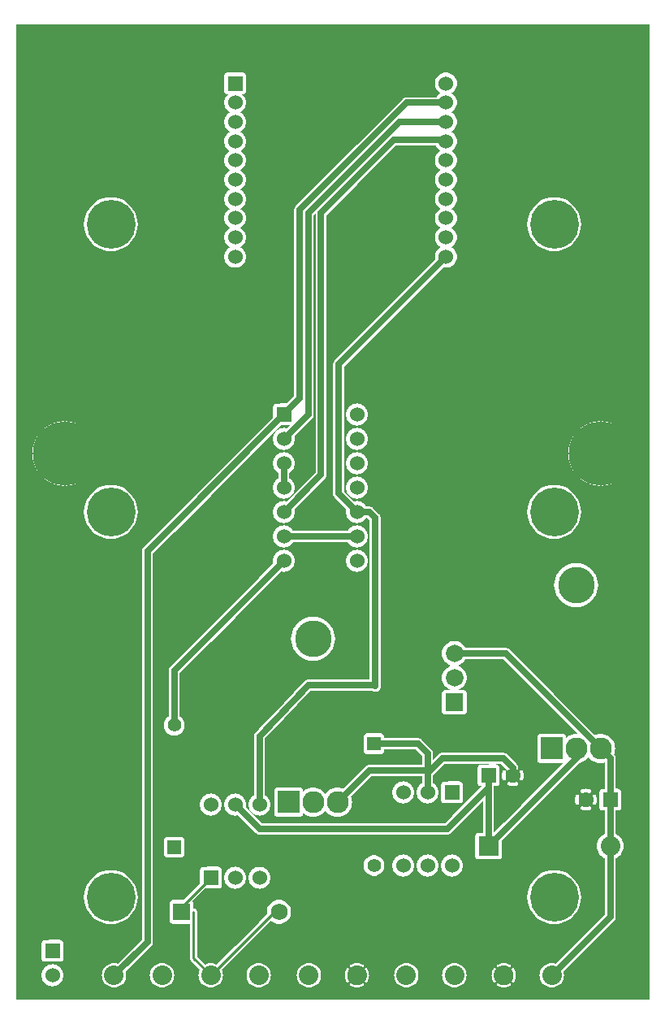
<source format=gbr>
G04 start of page 3 for group 1 idx 1 *
G04 Title: (unknown), solder *
G04 Creator: pcb 20110918 *
G04 CreationDate: Fri 08 Jun 2012 08:05:57 PM GMT UTC *
G04 For: ed *
G04 Format: Gerber/RS-274X *
G04 PCB-Dimensions: 260000 400000 *
G04 PCB-Coordinate-Origin: lower left *
%MOIN*%
%FSLAX25Y25*%
%LNBOTTOM*%
%ADD52C,0.1300*%
%ADD51C,0.0420*%
%ADD50C,0.0380*%
%ADD49C,0.0280*%
%ADD48C,0.0150*%
%ADD47C,0.0300*%
%ADD46C,0.0200*%
%ADD45C,0.2600*%
%ADD44C,0.1000*%
%ADD43C,0.2640*%
%ADD42C,0.2000*%
%ADD41C,0.1500*%
%ADD40C,0.0720*%
%ADD39C,0.0680*%
%ADD38C,0.0550*%
%ADD37C,0.0900*%
%ADD36C,0.0800*%
%ADD35C,0.0600*%
%ADD34C,0.0100*%
%ADD33C,0.0250*%
%ADD32C,0.0001*%
G54D32*G36*
X109993Y235507D02*X112330Y235512D01*
X111166Y234348D01*
X110706Y234458D01*
X110000Y234514D01*
X109993Y234513D01*
Y235507D01*
G37*
G36*
X139993Y195487D02*X140000Y195486D01*
X140706Y195542D01*
X141395Y195707D01*
X142049Y195978D01*
X142653Y196348D01*
X143192Y196808D01*
X143652Y197347D01*
X143899Y197750D01*
X144068D01*
X145250Y196568D01*
Y131250D01*
X139993D01*
Y175487D01*
X140000Y175486D01*
X140706Y175542D01*
X141395Y175707D01*
X142049Y175978D01*
X142653Y176348D01*
X143192Y176808D01*
X143652Y177347D01*
X144022Y177951D01*
X144293Y178605D01*
X144458Y179294D01*
X144500Y180000D01*
X144458Y180706D01*
X144293Y181395D01*
X144022Y182049D01*
X143652Y182653D01*
X143192Y183192D01*
X142653Y183652D01*
X142049Y184022D01*
X141395Y184293D01*
X140706Y184458D01*
X140000Y184514D01*
X139993Y184513D01*
Y185487D01*
X140000Y185486D01*
X140706Y185542D01*
X141395Y185707D01*
X142049Y185978D01*
X142653Y186348D01*
X143192Y186808D01*
X143652Y187347D01*
X144022Y187951D01*
X144293Y188605D01*
X144458Y189294D01*
X144500Y190000D01*
X144458Y190706D01*
X144293Y191395D01*
X144022Y192049D01*
X143652Y192653D01*
X143192Y193192D01*
X142653Y193652D01*
X142049Y194022D01*
X141395Y194293D01*
X140706Y194458D01*
X140000Y194514D01*
X139993Y194513D01*
Y195487D01*
G37*
G36*
Y334311D02*X155932Y350250D01*
X172496D01*
X172578Y350051D01*
X172948Y349447D01*
X173408Y348908D01*
X173947Y348448D01*
X174433Y348150D01*
X173947Y347852D01*
X173408Y347392D01*
X172948Y346853D01*
X172578Y346249D01*
X172307Y345595D01*
X172142Y344906D01*
X172086Y344200D01*
X172142Y343494D01*
X172307Y342805D01*
X172578Y342151D01*
X172948Y341547D01*
X173408Y341008D01*
X173947Y340548D01*
X174433Y340250D01*
X173947Y339952D01*
X173408Y339492D01*
X172948Y338953D01*
X172578Y338349D01*
X172307Y337695D01*
X172142Y337006D01*
X172086Y336300D01*
X172142Y335594D01*
X172307Y334905D01*
X172578Y334251D01*
X172948Y333647D01*
X173408Y333108D01*
X173947Y332648D01*
X174433Y332350D01*
X173947Y332052D01*
X173408Y331592D01*
X172948Y331053D01*
X172578Y330449D01*
X172307Y329795D01*
X172142Y329106D01*
X172086Y328400D01*
X172142Y327694D01*
X172307Y327005D01*
X172578Y326351D01*
X172948Y325747D01*
X173408Y325208D01*
X173947Y324748D01*
X174433Y324450D01*
X173947Y324152D01*
X173408Y323692D01*
X172948Y323153D01*
X172578Y322549D01*
X172307Y321895D01*
X172142Y321206D01*
X172086Y320500D01*
X172142Y319794D01*
X172307Y319105D01*
X172578Y318451D01*
X172948Y317847D01*
X173408Y317308D01*
X173947Y316848D01*
X174433Y316550D01*
X173947Y316252D01*
X173408Y315792D01*
X172948Y315253D01*
X172578Y314649D01*
X172307Y313995D01*
X172142Y313306D01*
X172086Y312600D01*
X172142Y311894D01*
X172307Y311205D01*
X172578Y310551D01*
X172948Y309947D01*
X173408Y309408D01*
X173947Y308948D01*
X174433Y308650D01*
X173947Y308352D01*
X173408Y307892D01*
X172948Y307353D01*
X172578Y306749D01*
X172307Y306095D01*
X172142Y305406D01*
X172086Y304700D01*
X172142Y303994D01*
X172252Y303534D01*
X139993Y271275D01*
Y334311D01*
G37*
G36*
Y131250D02*X121986D01*
Y138973D01*
X122000Y138972D01*
X123412Y139083D01*
X124790Y139414D01*
X126099Y139956D01*
X127306Y140696D01*
X128384Y141616D01*
X129304Y142694D01*
X130044Y143901D01*
X130586Y145210D01*
X130917Y146588D01*
X131000Y148000D01*
X130917Y149412D01*
X130586Y150790D01*
X130044Y152099D01*
X129304Y153306D01*
X128384Y154384D01*
X127306Y155304D01*
X126099Y156044D01*
X124790Y156586D01*
X123412Y156917D01*
X122000Y157028D01*
X121986Y157027D01*
Y187750D01*
X136101D01*
X136348Y187347D01*
X136808Y186808D01*
X137347Y186348D01*
X137951Y185978D01*
X138605Y185707D01*
X139294Y185542D01*
X139993Y185487D01*
Y184513D01*
X139294Y184458D01*
X138605Y184293D01*
X137951Y184022D01*
X137347Y183652D01*
X136808Y183192D01*
X136348Y182653D01*
X135978Y182049D01*
X135707Y181395D01*
X135542Y180706D01*
X135486Y180000D01*
X135542Y179294D01*
X135707Y178605D01*
X135978Y177951D01*
X136348Y177347D01*
X136808Y176808D01*
X137347Y176348D01*
X137951Y175978D01*
X138605Y175707D01*
X139294Y175542D01*
X139993Y175487D01*
Y131250D01*
G37*
G36*
X121986D02*X120061D01*
X119945Y131256D01*
X119730Y131234D01*
X119647Y131229D01*
X119620Y131223D01*
X119593Y131220D01*
X119448Y131181D01*
X119303Y131146D01*
X119277Y131136D01*
X119250Y131129D01*
X119114Y131068D01*
X118975Y131011D01*
X118952Y130997D01*
X118927Y130985D01*
X118801Y130904D01*
X118673Y130826D01*
X118652Y130808D01*
X118629Y130793D01*
X118569Y130736D01*
X118404Y130596D01*
X118329Y130508D01*
X109993Y121755D01*
Y175487D01*
X110000Y175486D01*
X110706Y175542D01*
X111395Y175707D01*
X112049Y175978D01*
X112653Y176348D01*
X113192Y176808D01*
X113652Y177347D01*
X114022Y177951D01*
X114293Y178605D01*
X114458Y179294D01*
X114500Y180000D01*
X114458Y180706D01*
X114293Y181395D01*
X114022Y182049D01*
X113652Y182653D01*
X113192Y183192D01*
X112653Y183652D01*
X112049Y184022D01*
X111395Y184293D01*
X110706Y184458D01*
X110000Y184514D01*
X109993Y184513D01*
Y185487D01*
X110000Y185486D01*
X110706Y185542D01*
X111395Y185707D01*
X112049Y185978D01*
X112653Y186348D01*
X113192Y186808D01*
X113652Y187347D01*
X113899Y187750D01*
X121986D01*
Y157027D01*
X120588Y156917D01*
X119210Y156586D01*
X117901Y156044D01*
X116694Y155304D01*
X115616Y154384D01*
X114696Y153306D01*
X113956Y152099D01*
X113414Y150790D01*
X113083Y149412D01*
X112972Y148000D01*
X113083Y146588D01*
X113414Y145210D01*
X113956Y143901D01*
X114696Y142694D01*
X115616Y141616D01*
X116694Y140696D01*
X117901Y139956D01*
X119210Y139414D01*
X120588Y139083D01*
X121986Y138973D01*
Y131250D01*
G37*
G36*
X136101Y192250D02*X113899D01*
X113652Y192653D01*
X113192Y193192D01*
X112653Y193652D01*
X112049Y194022D01*
X111395Y194293D01*
X110706Y194458D01*
X110000Y194514D01*
X109993Y194513D01*
Y195487D01*
X110000Y195486D01*
X110706Y195542D01*
X111395Y195707D01*
X112049Y195978D01*
X112653Y196348D01*
X113192Y196808D01*
X113652Y197347D01*
X114022Y197951D01*
X114293Y198605D01*
X114458Y199294D01*
X114500Y200000D01*
X114458Y200706D01*
X114348Y201166D01*
X126779Y213597D01*
X126846Y213654D01*
X127076Y213923D01*
X127076Y213923D01*
X127261Y214225D01*
X127396Y214553D01*
X127479Y214897D01*
X127507Y215250D01*
X127500Y215338D01*
Y321818D01*
X139993Y334311D01*
Y271275D01*
X130909Y262191D01*
X130674Y261927D01*
X130489Y261625D01*
X130354Y261297D01*
X130271Y260953D01*
X130243Y260600D01*
X130267Y260292D01*
X130250Y260000D01*
Y207588D01*
X130243Y207500D01*
X130271Y207147D01*
Y207147D01*
X130354Y206803D01*
X130489Y206475D01*
X130559Y206361D01*
X130674Y206173D01*
X130674Y206173D01*
X130904Y205904D01*
X130971Y205847D01*
X135652Y201166D01*
X135542Y200706D01*
X135486Y200000D01*
X135542Y199294D01*
X135707Y198605D01*
X135978Y197951D01*
X136348Y197347D01*
X136808Y196808D01*
X137347Y196348D01*
X137951Y195978D01*
X138605Y195707D01*
X139294Y195542D01*
X139993Y195487D01*
Y194513D01*
X139294Y194458D01*
X138605Y194293D01*
X137951Y194022D01*
X137347Y193652D01*
X136808Y193192D01*
X136348Y192653D01*
X136101Y192250D01*
G37*
G36*
X109993Y205487D02*X110000Y205486D01*
X110706Y205542D01*
X111395Y205707D01*
X112049Y205978D01*
X112653Y206348D01*
X113192Y206808D01*
X113652Y207347D01*
X114022Y207951D01*
X114293Y208605D01*
X114458Y209294D01*
X114500Y210000D01*
X114458Y210706D01*
X114293Y211395D01*
X114022Y212049D01*
X113652Y212653D01*
X113192Y213192D01*
X112653Y213652D01*
X112250Y213899D01*
Y216101D01*
X112653Y216348D01*
X113192Y216808D01*
X113652Y217347D01*
X114022Y217951D01*
X114293Y218605D01*
X114458Y219294D01*
X114500Y220000D01*
X114458Y220706D01*
X114293Y221395D01*
X114022Y222049D01*
X113652Y222653D01*
X113192Y223192D01*
X112653Y223652D01*
X112049Y224022D01*
X111395Y224293D01*
X110706Y224458D01*
X110000Y224514D01*
X109993Y224513D01*
Y225487D01*
X110000Y225486D01*
X110706Y225542D01*
X111395Y225707D01*
X112049Y225978D01*
X112653Y226348D01*
X113192Y226808D01*
X113652Y227347D01*
X114022Y227951D01*
X114293Y228605D01*
X114458Y229294D01*
X114500Y230000D01*
X114458Y230706D01*
X114348Y231166D01*
X121529Y238347D01*
X121596Y238404D01*
X121826Y238673D01*
X121826Y238673D01*
X122011Y238975D01*
X122146Y239303D01*
X122229Y239647D01*
X122257Y240000D01*
X122250Y240088D01*
Y321568D01*
X123000Y322318D01*
Y216182D01*
X111166Y204348D01*
X110706Y204458D01*
X110000Y204514D01*
X109993Y204513D01*
Y205487D01*
G37*
G36*
X220983Y97008D02*X224735Y97014D01*
X224862Y97044D01*
X220983Y93165D01*
Y97008D01*
G37*
G36*
Y118835D02*X230868Y108950D01*
X230000Y109019D01*
X229058Y108944D01*
X228140Y108724D01*
X227268Y108363D01*
X226462Y107869D01*
X225987Y107463D01*
X225986Y107735D01*
X225931Y107965D01*
X225841Y108183D01*
X225717Y108384D01*
X225564Y108564D01*
X225384Y108717D01*
X225183Y108841D01*
X224965Y108931D01*
X224735Y108986D01*
X224500Y109000D01*
X220983Y108995D01*
Y118835D01*
G37*
G36*
X237613Y97494D02*X238140Y97276D01*
X239058Y97056D01*
X240000Y96981D01*
X240942Y97056D01*
X241750Y97250D01*
Y86488D01*
X240765Y86486D01*
X240535Y86431D01*
X240317Y86341D01*
X240116Y86217D01*
X239936Y86064D01*
X239783Y85884D01*
X239659Y85683D01*
X239569Y85465D01*
X239514Y85235D01*
X239500Y85000D01*
X239514Y78765D01*
X239569Y78535D01*
X239659Y78317D01*
X239783Y78116D01*
X239936Y77936D01*
X240116Y77783D01*
X240317Y77659D01*
X240535Y77569D01*
X240765Y77514D01*
X241000Y77500D01*
X241750Y77502D01*
Y68021D01*
X241495Y67916D01*
X240757Y67463D01*
X240099Y66901D01*
X239537Y66243D01*
X239084Y65505D01*
X238753Y64705D01*
X238551Y63863D01*
X238483Y63000D01*
X238551Y62137D01*
X238753Y61295D01*
X239084Y60495D01*
X239537Y59757D01*
X240099Y59099D01*
X240757Y58537D01*
X241495Y58084D01*
X241750Y57979D01*
Y34932D01*
X237613Y30795D01*
Y79853D01*
X237656Y79860D01*
X237768Y79897D01*
X237873Y79952D01*
X237968Y80022D01*
X238051Y80106D01*
X238119Y80202D01*
X238170Y80308D01*
X238318Y80716D01*
X238422Y81137D01*
X238484Y81567D01*
X238505Y82000D01*
X238484Y82433D01*
X238422Y82863D01*
X238318Y83284D01*
X238175Y83694D01*
X238122Y83800D01*
X238053Y83896D01*
X237970Y83981D01*
X237875Y84051D01*
X237769Y84106D01*
X237657Y84143D01*
X237613Y84151D01*
Y97494D01*
G37*
G36*
X234002Y98527D02*X234256Y98744D01*
X234869Y99462D01*
X235000Y99676D01*
X235131Y99462D01*
X235744Y98744D01*
X236462Y98131D01*
X237268Y97637D01*
X237613Y97494D01*
Y84151D01*
X237540Y84163D01*
X237421Y84164D01*
X237304Y84146D01*
X237191Y84110D01*
X237085Y84057D01*
X236988Y83988D01*
X236904Y83905D01*
X236833Y83809D01*
X236779Y83704D01*
X236741Y83592D01*
X236722Y83475D01*
X236721Y83356D01*
X236739Y83239D01*
X236777Y83126D01*
X236876Y82855D01*
X236944Y82575D01*
X236986Y82289D01*
X237000Y82000D01*
X236986Y81711D01*
X236944Y81425D01*
X236876Y81145D01*
X236780Y80872D01*
X236742Y80761D01*
X236725Y80644D01*
X236725Y80526D01*
X236745Y80409D01*
X236782Y80297D01*
X236836Y80193D01*
X236906Y80098D01*
X236991Y80015D01*
X237087Y79946D01*
X237192Y79893D01*
X237305Y79857D01*
X237421Y79840D01*
X237539Y79841D01*
X237613Y79853D01*
Y30795D01*
X234002Y27184D01*
Y77495D01*
X234433Y77516D01*
X234863Y77578D01*
X235284Y77682D01*
X235694Y77825D01*
X235800Y77878D01*
X235896Y77947D01*
X235981Y78030D01*
X236051Y78125D01*
X236106Y78231D01*
X236143Y78343D01*
X236163Y78460D01*
X236164Y78579D01*
X236146Y78696D01*
X236110Y78809D01*
X236057Y78915D01*
X235988Y79012D01*
X235905Y79096D01*
X235809Y79167D01*
X235704Y79221D01*
X235592Y79259D01*
X235475Y79278D01*
X235356Y79279D01*
X235239Y79261D01*
X235126Y79223D01*
X234855Y79124D01*
X234575Y79056D01*
X234289Y79014D01*
X234002Y79000D01*
Y85000D01*
X234289Y84986D01*
X234575Y84944D01*
X234855Y84876D01*
X235128Y84780D01*
X235239Y84742D01*
X235356Y84725D01*
X235474Y84725D01*
X235591Y84745D01*
X235703Y84782D01*
X235807Y84836D01*
X235902Y84906D01*
X235985Y84991D01*
X236054Y85087D01*
X236107Y85192D01*
X236143Y85305D01*
X236160Y85421D01*
X236159Y85539D01*
X236140Y85656D01*
X236103Y85768D01*
X236048Y85873D01*
X235978Y85968D01*
X235894Y86051D01*
X235798Y86119D01*
X235692Y86170D01*
X235284Y86318D01*
X234863Y86422D01*
X234433Y86484D01*
X234002Y86505D01*
Y98527D01*
G37*
G36*
X230387Y96205D02*X231331Y97149D01*
X231860Y97276D01*
X232732Y97637D01*
X233538Y98131D01*
X234002Y98527D01*
Y86505D01*
X234000Y86505D01*
X233567Y86484D01*
X233137Y86422D01*
X232716Y86318D01*
X232306Y86175D01*
X232200Y86122D01*
X232104Y86053D01*
X232019Y85970D01*
X231949Y85875D01*
X231894Y85769D01*
X231857Y85657D01*
X231837Y85540D01*
X231836Y85421D01*
X231854Y85304D01*
X231890Y85191D01*
X231943Y85085D01*
X232012Y84988D01*
X232095Y84904D01*
X232191Y84833D01*
X232296Y84779D01*
X232408Y84741D01*
X232525Y84722D01*
X232644Y84721D01*
X232761Y84739D01*
X232874Y84777D01*
X233145Y84876D01*
X233425Y84944D01*
X233711Y84986D01*
X234000Y85000D01*
X234002Y85000D01*
Y79000D01*
X234000Y79000D01*
X233711Y79014D01*
X233425Y79056D01*
X233145Y79124D01*
X232872Y79220D01*
X232761Y79258D01*
X232644Y79275D01*
X232526Y79275D01*
X232409Y79255D01*
X232297Y79218D01*
X232193Y79164D01*
X232098Y79094D01*
X232015Y79009D01*
X231946Y78913D01*
X231893Y78808D01*
X231857Y78695D01*
X231840Y78579D01*
X231841Y78461D01*
X231860Y78344D01*
X231897Y78232D01*
X231952Y78127D01*
X232022Y78032D01*
X232106Y77949D01*
X232202Y77881D01*
X232308Y77830D01*
X232716Y77682D01*
X233137Y77578D01*
X233567Y77516D01*
X234000Y77495D01*
X234002Y77495D01*
Y27184D01*
X230387Y23569D01*
Y36265D01*
X230831Y36991D01*
X231494Y38590D01*
X231898Y40274D01*
X232000Y42000D01*
X231898Y43726D01*
X231494Y45410D01*
X230831Y47009D01*
X230387Y47735D01*
Y79849D01*
X230460Y79837D01*
X230579Y79836D01*
X230696Y79854D01*
X230809Y79890D01*
X230915Y79943D01*
X231012Y80012D01*
X231096Y80095D01*
X231167Y80191D01*
X231221Y80296D01*
X231259Y80408D01*
X231278Y80525D01*
X231279Y80644D01*
X231261Y80761D01*
X231223Y80874D01*
X231124Y81145D01*
X231056Y81425D01*
X231014Y81711D01*
X231000Y82000D01*
X231014Y82289D01*
X231056Y82575D01*
X231124Y82855D01*
X231220Y83128D01*
X231258Y83239D01*
X231275Y83356D01*
X231275Y83474D01*
X231255Y83591D01*
X231218Y83703D01*
X231164Y83807D01*
X231094Y83902D01*
X231009Y83985D01*
X230913Y84054D01*
X230808Y84107D01*
X230695Y84143D01*
X230579Y84160D01*
X230461Y84159D01*
X230387Y84147D01*
Y96205D01*
G37*
G36*
Y23569D02*X221577Y14759D01*
X221550Y14770D01*
X220983Y14906D01*
Y30967D01*
X221000Y30966D01*
X222726Y31102D01*
X224410Y31506D01*
X226009Y32169D01*
X227486Y33073D01*
X228802Y34198D01*
X229927Y35514D01*
X230387Y36265D01*
Y23569D01*
G37*
G36*
X220983Y86801D02*X230387Y96205D01*
Y84147D01*
X230344Y84140D01*
X230232Y84103D01*
X230127Y84048D01*
X230032Y83978D01*
X229949Y83894D01*
X229881Y83798D01*
X229830Y83692D01*
X229682Y83284D01*
X229578Y82863D01*
X229516Y82433D01*
X229495Y82000D01*
X229516Y81567D01*
X229578Y81137D01*
X229682Y80716D01*
X229825Y80306D01*
X229878Y80200D01*
X229947Y80104D01*
X230030Y80019D01*
X230125Y79949D01*
X230231Y79894D01*
X230343Y79857D01*
X230387Y79849D01*
Y47735D01*
X229927Y48486D01*
X228802Y49802D01*
X227486Y50927D01*
X226009Y51831D01*
X224410Y52494D01*
X222726Y52898D01*
X221000Y53034D01*
X220983Y53033D01*
Y86801D01*
G37*
G36*
X239980Y400000D02*X260000D01*
Y0D01*
X239980D01*
Y26798D01*
X245529Y32347D01*
X245596Y32404D01*
X245826Y32673D01*
X245826Y32673D01*
X246011Y32975D01*
X246146Y33303D01*
X246229Y33647D01*
X246257Y34000D01*
X246250Y34088D01*
Y57979D01*
X246505Y58084D01*
X247243Y58537D01*
X247901Y59099D01*
X248463Y59757D01*
X248916Y60495D01*
X249247Y61295D01*
X249449Y62137D01*
X249500Y63000D01*
X249449Y63863D01*
X249247Y64705D01*
X248916Y65505D01*
X248463Y66243D01*
X247901Y66901D01*
X247243Y67463D01*
X246505Y67916D01*
X246250Y68021D01*
Y77512D01*
X247235Y77514D01*
X247465Y77569D01*
X247683Y77659D01*
X247884Y77783D01*
X248064Y77936D01*
X248217Y78116D01*
X248341Y78317D01*
X248431Y78535D01*
X248486Y78765D01*
X248500Y79000D01*
X248486Y85235D01*
X248431Y85465D01*
X248341Y85683D01*
X248217Y85884D01*
X248064Y86064D01*
X247884Y86217D01*
X247683Y86341D01*
X247465Y86431D01*
X247235Y86486D01*
X247000Y86500D01*
X246250Y86498D01*
Y98912D01*
X246257Y99000D01*
X246229Y99353D01*
X246146Y99697D01*
X246107Y99793D01*
X246011Y100025D01*
X245896Y100212D01*
X245826Y100327D01*
X245826Y100327D01*
X245596Y100596D01*
X245529Y100653D01*
X245524Y100658D01*
X245724Y101140D01*
X245944Y102058D01*
X246000Y103000D01*
X245944Y103942D01*
X245724Y104860D01*
X245363Y105732D01*
X244869Y106538D01*
X244256Y107256D01*
X243538Y107869D01*
X242732Y108363D01*
X241860Y108724D01*
X240942Y108944D01*
X240000Y109019D01*
X239980Y109017D01*
Y210760D01*
X240000Y210758D01*
X242071Y210921D01*
X244092Y211406D01*
X246012Y212202D01*
X247783Y213287D01*
X249363Y214637D01*
X250713Y216217D01*
X251798Y217988D01*
X252594Y219908D01*
X253079Y221929D01*
X253201Y224000D01*
X253079Y226071D01*
X252594Y228092D01*
X251798Y230012D01*
X250713Y231783D01*
X249363Y233363D01*
X247783Y234713D01*
X246012Y235798D01*
X244092Y236594D01*
X242071Y237079D01*
X240000Y237242D01*
X239980Y237240D01*
Y400000D01*
G37*
G36*
Y0D02*X220983D01*
Y5094D01*
X221550Y5230D01*
X222277Y5531D01*
X222948Y5942D01*
X223546Y6454D01*
X224058Y7052D01*
X224469Y7723D01*
X224770Y8450D01*
X224954Y9215D01*
X225000Y10000D01*
X224954Y10785D01*
X224770Y11550D01*
X224759Y11577D01*
X239980Y26798D01*
Y0D01*
G37*
G36*
X220983Y400000D02*X239980D01*
Y237240D01*
X237929Y237079D01*
X235908Y236594D01*
X233988Y235798D01*
X232217Y234713D01*
X230637Y233363D01*
X229287Y231783D01*
X228202Y230012D01*
X227406Y228092D01*
X226921Y226071D01*
X226758Y224000D01*
X226921Y221929D01*
X227406Y219908D01*
X228202Y217988D01*
X229287Y216217D01*
X230637Y214637D01*
X232217Y213287D01*
X233988Y212202D01*
X235908Y211406D01*
X237929Y210921D01*
X239980Y210760D01*
Y109017D01*
X239058Y108944D01*
X238140Y108724D01*
X237658Y108524D01*
X220983Y125199D01*
Y169863D01*
X221083Y168588D01*
X221414Y167210D01*
X221956Y165901D01*
X222696Y164694D01*
X223616Y163616D01*
X224694Y162696D01*
X225901Y161956D01*
X227210Y161414D01*
X228588Y161083D01*
X230000Y160972D01*
X231412Y161083D01*
X232790Y161414D01*
X234099Y161956D01*
X235306Y162696D01*
X236384Y163616D01*
X237304Y164694D01*
X238044Y165901D01*
X238586Y167210D01*
X238917Y168588D01*
X239000Y170000D01*
X238917Y171412D01*
X238586Y172790D01*
X238044Y174099D01*
X237304Y175306D01*
X236384Y176384D01*
X235306Y177304D01*
X234099Y178044D01*
X232790Y178586D01*
X231412Y178917D01*
X230000Y179028D01*
X228588Y178917D01*
X227210Y178586D01*
X225901Y178044D01*
X224694Y177304D01*
X223616Y176384D01*
X222696Y175306D01*
X221956Y174099D01*
X221414Y172790D01*
X221083Y171412D01*
X220983Y170137D01*
Y188967D01*
X221000Y188966D01*
X222726Y189102D01*
X224410Y189506D01*
X226009Y190169D01*
X227486Y191073D01*
X228802Y192198D01*
X229927Y193514D01*
X230831Y194991D01*
X231494Y196590D01*
X231898Y198274D01*
X232000Y200000D01*
X231898Y201726D01*
X231494Y203410D01*
X230831Y205009D01*
X229927Y206486D01*
X228802Y207802D01*
X227486Y208927D01*
X226009Y209831D01*
X224410Y210494D01*
X222726Y210898D01*
X221000Y211034D01*
X220983Y211033D01*
Y306967D01*
X221000Y306966D01*
X222726Y307102D01*
X224410Y307506D01*
X226009Y308169D01*
X227486Y309073D01*
X228802Y310198D01*
X229927Y311514D01*
X230831Y312991D01*
X231494Y314590D01*
X231898Y316274D01*
X232000Y318000D01*
X231898Y319726D01*
X231494Y321410D01*
X230831Y323009D01*
X229927Y324486D01*
X228802Y325802D01*
X227486Y326927D01*
X226009Y327831D01*
X224410Y328494D01*
X222726Y328898D01*
X221000Y329034D01*
X220983Y329033D01*
Y400000D01*
G37*
G36*
Y0D02*X204468D01*
Y7238D01*
X204497Y7267D01*
X204543Y7331D01*
X204779Y7736D01*
X204972Y8165D01*
X205123Y8609D01*
X205233Y9066D01*
X205298Y9531D01*
X205321Y10000D01*
X205298Y10469D01*
X205233Y10934D01*
X205123Y11391D01*
X204972Y11835D01*
X204779Y12264D01*
X204547Y12672D01*
X204500Y12736D01*
X204468Y12768D01*
Y70286D01*
X220983Y86801D01*
Y53033D01*
X219274Y52898D01*
X217590Y52494D01*
X215991Y51831D01*
X214514Y50927D01*
X213198Y49802D01*
X212073Y48486D01*
X211169Y47009D01*
X210506Y45410D01*
X210102Y43726D01*
X209966Y42000D01*
X210102Y40274D01*
X210506Y38590D01*
X211169Y36991D01*
X212073Y35514D01*
X213198Y34198D01*
X214514Y33073D01*
X215991Y32169D01*
X217590Y31506D01*
X219274Y31102D01*
X220983Y30967D01*
Y14906D01*
X220785Y14954D01*
X220000Y15015D01*
X219215Y14954D01*
X218450Y14770D01*
X217723Y14469D01*
X217052Y14058D01*
X216454Y13546D01*
X215942Y12948D01*
X215531Y12277D01*
X215230Y11550D01*
X215046Y10785D01*
X214985Y10000D01*
X215046Y9215D01*
X215230Y8450D01*
X215531Y7723D01*
X215942Y7052D01*
X216454Y6454D01*
X217052Y5942D01*
X217723Y5531D01*
X218450Y5230D01*
X219215Y5046D01*
X220000Y4985D01*
X220785Y5046D01*
X220983Y5094D01*
Y0D01*
G37*
G36*
X204468D02*X200317D01*
Y4995D01*
X200784Y5017D01*
X201249Y5082D01*
X201706Y5192D01*
X202150Y5343D01*
X202579Y5536D01*
X202987Y5768D01*
X203051Y5815D01*
X203107Y5872D01*
X203152Y5936D01*
X203187Y6008D01*
X203211Y6083D01*
X203222Y6162D01*
X203221Y6241D01*
X203208Y6320D01*
X203182Y6395D01*
X203145Y6465D01*
X203098Y6529D01*
X203041Y6584D01*
X202976Y6630D01*
X202905Y6665D01*
X202829Y6688D01*
X202750Y6700D01*
X202671Y6699D01*
X202593Y6685D01*
X202518Y6660D01*
X202448Y6621D01*
X202124Y6432D01*
X201782Y6279D01*
X201427Y6158D01*
X201061Y6070D01*
X200690Y6018D01*
X200317Y6000D01*
Y14000D01*
X200690Y13982D01*
X201061Y13930D01*
X201427Y13842D01*
X201782Y13721D01*
X202124Y13568D01*
X202450Y13382D01*
X202519Y13344D01*
X202594Y13319D01*
X202671Y13306D01*
X202750Y13305D01*
X202828Y13316D01*
X202903Y13339D01*
X202974Y13374D01*
X203038Y13419D01*
X203094Y13474D01*
X203142Y13537D01*
X203178Y13607D01*
X203203Y13681D01*
X203217Y13759D01*
X203218Y13838D01*
X203207Y13916D01*
X203183Y13991D01*
X203149Y14061D01*
X203103Y14126D01*
X203048Y14182D01*
X202984Y14228D01*
X202579Y14464D01*
X202150Y14657D01*
X201706Y14808D01*
X201249Y14918D01*
X200784Y14983D01*
X200317Y15005D01*
Y66135D01*
X204468Y70286D01*
Y12768D01*
X204443Y12792D01*
X204379Y12837D01*
X204307Y12872D01*
X204232Y12896D01*
X204153Y12907D01*
X204074Y12906D01*
X203995Y12893D01*
X203920Y12867D01*
X203850Y12830D01*
X203786Y12783D01*
X203731Y12726D01*
X203685Y12661D01*
X203650Y12590D01*
X203627Y12514D01*
X203615Y12435D01*
X203616Y12356D01*
X203630Y12278D01*
X203655Y12203D01*
X203694Y12133D01*
X203883Y11809D01*
X204036Y11467D01*
X204157Y11112D01*
X204245Y10746D01*
X204297Y10375D01*
X204315Y10000D01*
X204297Y9625D01*
X204245Y9254D01*
X204157Y8888D01*
X204036Y8533D01*
X203883Y8191D01*
X203697Y7865D01*
X203659Y7796D01*
X203634Y7721D01*
X203621Y7644D01*
X203620Y7565D01*
X203631Y7487D01*
X203654Y7412D01*
X203689Y7341D01*
X203734Y7277D01*
X203789Y7221D01*
X203852Y7173D01*
X203922Y7137D01*
X203996Y7112D01*
X204074Y7098D01*
X204153Y7097D01*
X204231Y7108D01*
X204306Y7132D01*
X204376Y7166D01*
X204441Y7212D01*
X204468Y7238D01*
Y0D01*
G37*
G36*
X200317D02*X196162D01*
Y7232D01*
X196187Y7208D01*
X196251Y7163D01*
X196323Y7128D01*
X196398Y7104D01*
X196477Y7093D01*
X196556Y7094D01*
X196635Y7107D01*
X196710Y7133D01*
X196780Y7170D01*
X196844Y7217D01*
X196899Y7274D01*
X196945Y7339D01*
X196980Y7410D01*
X197003Y7486D01*
X197015Y7565D01*
X197014Y7644D01*
X197000Y7722D01*
X196975Y7797D01*
X196936Y7867D01*
X196747Y8191D01*
X196594Y8533D01*
X196473Y8888D01*
X196385Y9254D01*
X196333Y9625D01*
X196315Y10000D01*
X196333Y10375D01*
X196385Y10746D01*
X196473Y11112D01*
X196594Y11467D01*
X196747Y11809D01*
X196933Y12136D01*
X196971Y12204D01*
X196996Y12279D01*
X197009Y12356D01*
X197010Y12435D01*
X196999Y12513D01*
X196976Y12588D01*
X196941Y12659D01*
X196896Y12723D01*
X196841Y12779D01*
X196778Y12827D01*
X196708Y12863D01*
X196634Y12888D01*
X196556Y12902D01*
X196477Y12903D01*
X196399Y12892D01*
X196324Y12868D01*
X196254Y12834D01*
X196189Y12788D01*
X196162Y12762D01*
Y57510D01*
X198235Y57514D01*
X198465Y57569D01*
X198683Y57659D01*
X198884Y57783D01*
X199064Y57936D01*
X199217Y58116D01*
X199341Y58317D01*
X199431Y58535D01*
X199486Y58765D01*
X199500Y59000D01*
X199489Y65307D01*
X200317Y66135D01*
Y15005D01*
X200315Y15006D01*
X199846Y14983D01*
X199381Y14918D01*
X198924Y14808D01*
X198480Y14657D01*
X198051Y14464D01*
X197643Y14232D01*
X197579Y14185D01*
X197523Y14128D01*
X197478Y14064D01*
X197443Y13992D01*
X197419Y13917D01*
X197408Y13838D01*
X197409Y13759D01*
X197422Y13680D01*
X197448Y13605D01*
X197485Y13535D01*
X197532Y13471D01*
X197589Y13416D01*
X197654Y13370D01*
X197725Y13335D01*
X197801Y13312D01*
X197880Y13300D01*
X197959Y13301D01*
X198037Y13315D01*
X198112Y13340D01*
X198182Y13379D01*
X198506Y13568D01*
X198848Y13721D01*
X199203Y13842D01*
X199568Y13930D01*
X199940Y13982D01*
X200315Y14000D01*
X200317Y14000D01*
Y6000D01*
X200315Y6000D01*
X199940Y6018D01*
X199568Y6070D01*
X199203Y6158D01*
X198848Y6279D01*
X198506Y6432D01*
X198180Y6618D01*
X198111Y6656D01*
X198036Y6681D01*
X197959Y6694D01*
X197880Y6695D01*
X197802Y6684D01*
X197727Y6661D01*
X197656Y6626D01*
X197592Y6581D01*
X197536Y6526D01*
X197488Y6463D01*
X197452Y6393D01*
X197426Y6319D01*
X197413Y6241D01*
X197412Y6162D01*
X197423Y6084D01*
X197447Y6009D01*
X197481Y5939D01*
X197527Y5874D01*
X197582Y5818D01*
X197646Y5772D01*
X198051Y5536D01*
X198480Y5343D01*
X198924Y5192D01*
X199381Y5082D01*
X199846Y5017D01*
X200315Y4994D01*
X200317Y4995D01*
Y0D01*
G37*
G36*
X196162D02*X178993D01*
Y5100D01*
X179215Y5046D01*
X180000Y4985D01*
X180785Y5046D01*
X181550Y5230D01*
X182277Y5531D01*
X182948Y5942D01*
X183546Y6454D01*
X184058Y7052D01*
X184469Y7723D01*
X184770Y8450D01*
X184954Y9215D01*
X185000Y10000D01*
X184954Y10785D01*
X184770Y11550D01*
X184469Y12277D01*
X184058Y12948D01*
X183546Y13546D01*
X182948Y14058D01*
X182277Y14469D01*
X181550Y14770D01*
X180785Y14954D01*
X180000Y15015D01*
X179215Y14954D01*
X178993Y14900D01*
Y50487D01*
X179000Y50486D01*
X179706Y50542D01*
X180395Y50707D01*
X181049Y50978D01*
X181653Y51348D01*
X182192Y51808D01*
X182652Y52347D01*
X183022Y52951D01*
X183293Y53605D01*
X183458Y54294D01*
X183500Y55000D01*
X183458Y55706D01*
X183293Y56395D01*
X183022Y57049D01*
X182652Y57653D01*
X182192Y58192D01*
X181653Y58652D01*
X181049Y59022D01*
X180395Y59293D01*
X179706Y59458D01*
X179000Y59514D01*
X178993Y59513D01*
Y68811D01*
X191750Y81568D01*
Y68489D01*
X189765Y68486D01*
X189535Y68431D01*
X189317Y68341D01*
X189116Y68217D01*
X188936Y68064D01*
X188783Y67884D01*
X188659Y67683D01*
X188569Y67465D01*
X188514Y67235D01*
X188500Y67000D01*
X188514Y58765D01*
X188569Y58535D01*
X188659Y58317D01*
X188783Y58116D01*
X188936Y57936D01*
X189116Y57783D01*
X189317Y57659D01*
X189535Y57569D01*
X189765Y57514D01*
X190000Y57500D01*
X196162Y57510D01*
Y12762D01*
X196133Y12733D01*
X196087Y12669D01*
X195851Y12264D01*
X195658Y11835D01*
X195507Y11391D01*
X195397Y10934D01*
X195332Y10469D01*
X195309Y10000D01*
X195332Y9531D01*
X195397Y9066D01*
X195507Y8609D01*
X195658Y8165D01*
X195851Y7736D01*
X196083Y7328D01*
X196130Y7264D01*
X196162Y7232D01*
Y0D01*
G37*
G36*
X178993D02*X168993D01*
Y50487D01*
X169000Y50486D01*
X169706Y50542D01*
X170395Y50707D01*
X171049Y50978D01*
X171653Y51348D01*
X172192Y51808D01*
X172652Y52347D01*
X173022Y52951D01*
X173293Y53605D01*
X173458Y54294D01*
X173500Y55000D01*
X173458Y55706D01*
X173293Y56395D01*
X173022Y57049D01*
X172652Y57653D01*
X172192Y58192D01*
X171653Y58652D01*
X171049Y59022D01*
X170395Y59293D01*
X169706Y59458D01*
X169000Y59514D01*
X168993Y59513D01*
Y67750D01*
X176912D01*
X177000Y67743D01*
X177353Y67771D01*
X177353Y67771D01*
X177697Y67854D01*
X178025Y67989D01*
X178327Y68174D01*
X178596Y68404D01*
X178653Y68471D01*
X178993Y68811D01*
Y59513D01*
X178294Y59458D01*
X177605Y59293D01*
X176951Y59022D01*
X176347Y58652D01*
X175808Y58192D01*
X175348Y57653D01*
X174978Y57049D01*
X174707Y56395D01*
X174542Y55706D01*
X174486Y55000D01*
X174542Y54294D01*
X174707Y53605D01*
X174978Y52951D01*
X175348Y52347D01*
X175808Y51808D01*
X176347Y51348D01*
X176951Y50978D01*
X177605Y50707D01*
X178294Y50542D01*
X178993Y50487D01*
Y14900D01*
X178450Y14770D01*
X177723Y14469D01*
X177052Y14058D01*
X176454Y13546D01*
X175942Y12948D01*
X175531Y12277D01*
X175230Y11550D01*
X175046Y10785D01*
X174985Y10000D01*
X175046Y9215D01*
X175230Y8450D01*
X175531Y7723D01*
X175942Y7052D01*
X176454Y6454D01*
X177052Y5942D01*
X177723Y5531D01*
X178450Y5230D01*
X178993Y5100D01*
Y0D01*
G37*
G36*
X168993D02*X160307D01*
Y4985D01*
X160315Y4985D01*
X161100Y5046D01*
X161865Y5230D01*
X162592Y5531D01*
X163263Y5942D01*
X163861Y6454D01*
X164373Y7052D01*
X164784Y7723D01*
X165085Y8450D01*
X165269Y9215D01*
X165315Y10000D01*
X165269Y10785D01*
X165085Y11550D01*
X164784Y12277D01*
X164373Y12948D01*
X163861Y13546D01*
X163263Y14058D01*
X162592Y14469D01*
X161865Y14770D01*
X161100Y14954D01*
X160315Y15015D01*
X160307Y15015D01*
Y50686D01*
X160395Y50707D01*
X161049Y50978D01*
X161653Y51348D01*
X162192Y51808D01*
X162652Y52347D01*
X163022Y52951D01*
X163293Y53605D01*
X163458Y54294D01*
X163500Y55000D01*
X163458Y55706D01*
X163293Y56395D01*
X163022Y57049D01*
X162652Y57653D01*
X162192Y58192D01*
X161653Y58652D01*
X161049Y59022D01*
X160395Y59293D01*
X160307Y59314D01*
Y67750D01*
X168993D01*
Y59513D01*
X168294Y59458D01*
X167605Y59293D01*
X166951Y59022D01*
X166347Y58652D01*
X165808Y58192D01*
X165348Y57653D01*
X164978Y57049D01*
X164707Y56395D01*
X164542Y55706D01*
X164486Y55000D01*
X164542Y54294D01*
X164707Y53605D01*
X164978Y52951D01*
X165348Y52347D01*
X165808Y51808D01*
X166347Y51348D01*
X166951Y50978D01*
X167605Y50707D01*
X168294Y50542D01*
X168993Y50487D01*
Y0D01*
G37*
G36*
X160307D02*X144153D01*
Y7238D01*
X144182Y7267D01*
X144228Y7331D01*
X144464Y7736D01*
X144657Y8165D01*
X144808Y8609D01*
X144918Y9066D01*
X144983Y9531D01*
X145006Y10000D01*
X144983Y10469D01*
X144918Y10934D01*
X144808Y11391D01*
X144657Y11835D01*
X144464Y12264D01*
X144232Y12672D01*
X144185Y12736D01*
X144153Y12768D01*
Y51843D01*
X144494Y51551D01*
X145065Y51202D01*
X145683Y50946D01*
X146333Y50789D01*
X147000Y50737D01*
X147667Y50789D01*
X148317Y50946D01*
X148935Y51202D01*
X149506Y51551D01*
X150014Y51986D01*
X150449Y52494D01*
X150798Y53065D01*
X151054Y53683D01*
X151211Y54333D01*
X151250Y55000D01*
X151211Y55667D01*
X151054Y56317D01*
X150798Y56935D01*
X150449Y57506D01*
X150014Y58014D01*
X149506Y58449D01*
X148935Y58798D01*
X148317Y59054D01*
X147667Y59211D01*
X147000Y59263D01*
X146333Y59211D01*
X145683Y59054D01*
X145065Y58798D01*
X144494Y58449D01*
X144153Y58157D01*
Y67750D01*
X160307D01*
Y59314D01*
X159706Y59458D01*
X159000Y59514D01*
X158294Y59458D01*
X157605Y59293D01*
X156951Y59022D01*
X156347Y58652D01*
X155808Y58192D01*
X155348Y57653D01*
X154978Y57049D01*
X154707Y56395D01*
X154542Y55706D01*
X154486Y55000D01*
X154542Y54294D01*
X154707Y53605D01*
X154978Y52951D01*
X155348Y52347D01*
X155808Y51808D01*
X156347Y51348D01*
X156951Y50978D01*
X157605Y50707D01*
X158294Y50542D01*
X159000Y50486D01*
X159706Y50542D01*
X160307Y50686D01*
Y15015D01*
X159530Y14954D01*
X158765Y14770D01*
X158038Y14469D01*
X157367Y14058D01*
X156769Y13546D01*
X156257Y12948D01*
X155846Y12277D01*
X155545Y11550D01*
X155361Y10785D01*
X155300Y10000D01*
X155361Y9215D01*
X155545Y8450D01*
X155846Y7723D01*
X156257Y7052D01*
X156769Y6454D01*
X157367Y5942D01*
X158038Y5531D01*
X158765Y5230D01*
X159530Y5046D01*
X160307Y4985D01*
Y0D01*
G37*
G36*
X144153D02*X140002D01*
Y4995D01*
X140469Y5017D01*
X140934Y5082D01*
X141391Y5192D01*
X141835Y5343D01*
X142264Y5536D01*
X142672Y5768D01*
X142736Y5815D01*
X142792Y5872D01*
X142837Y5936D01*
X142872Y6008D01*
X142896Y6083D01*
X142907Y6162D01*
X142906Y6241D01*
X142893Y6320D01*
X142867Y6395D01*
X142830Y6465D01*
X142783Y6529D01*
X142726Y6584D01*
X142661Y6630D01*
X142590Y6665D01*
X142514Y6688D01*
X142435Y6700D01*
X142356Y6699D01*
X142278Y6685D01*
X142203Y6660D01*
X142133Y6621D01*
X141809Y6432D01*
X141467Y6279D01*
X141112Y6158D01*
X140746Y6070D01*
X140375Y6018D01*
X140002Y6000D01*
Y14000D01*
X140375Y13982D01*
X140746Y13930D01*
X141112Y13842D01*
X141467Y13721D01*
X141809Y13568D01*
X142135Y13382D01*
X142204Y13344D01*
X142279Y13319D01*
X142356Y13306D01*
X142435Y13305D01*
X142513Y13316D01*
X142588Y13339D01*
X142659Y13374D01*
X142723Y13419D01*
X142779Y13474D01*
X142827Y13537D01*
X142863Y13607D01*
X142888Y13681D01*
X142902Y13759D01*
X142903Y13838D01*
X142892Y13916D01*
X142868Y13991D01*
X142834Y14061D01*
X142788Y14126D01*
X142733Y14182D01*
X142669Y14228D01*
X142264Y14464D01*
X141835Y14657D01*
X141391Y14808D01*
X140934Y14918D01*
X140469Y14983D01*
X140002Y15005D01*
Y67750D01*
X144153D01*
Y58157D01*
X143986Y58014D01*
X143551Y57506D01*
X143202Y56935D01*
X142946Y56317D01*
X142789Y55667D01*
X142737Y55000D01*
X142789Y54333D01*
X142946Y53683D01*
X143202Y53065D01*
X143551Y52494D01*
X143986Y51986D01*
X144153Y51843D01*
Y12768D01*
X144128Y12792D01*
X144064Y12837D01*
X143992Y12872D01*
X143917Y12896D01*
X143838Y12907D01*
X143759Y12906D01*
X143680Y12893D01*
X143605Y12867D01*
X143535Y12830D01*
X143471Y12783D01*
X143416Y12726D01*
X143370Y12661D01*
X143335Y12590D01*
X143312Y12514D01*
X143300Y12435D01*
X143301Y12356D01*
X143315Y12278D01*
X143340Y12203D01*
X143379Y12133D01*
X143568Y11809D01*
X143721Y11467D01*
X143842Y11112D01*
X143930Y10746D01*
X143982Y10375D01*
X144000Y10000D01*
X143982Y9625D01*
X143930Y9254D01*
X143842Y8888D01*
X143721Y8533D01*
X143568Y8191D01*
X143382Y7865D01*
X143344Y7796D01*
X143319Y7721D01*
X143306Y7644D01*
X143305Y7565D01*
X143316Y7487D01*
X143339Y7412D01*
X143374Y7341D01*
X143419Y7277D01*
X143474Y7221D01*
X143537Y7173D01*
X143607Y7137D01*
X143681Y7112D01*
X143759Y7098D01*
X143838Y7097D01*
X143916Y7108D01*
X143991Y7132D01*
X144061Y7166D01*
X144126Y7212D01*
X144153Y7238D01*
Y0D01*
G37*
G36*
X140002D02*X135847D01*
Y7232D01*
X135872Y7208D01*
X135936Y7163D01*
X136008Y7128D01*
X136083Y7104D01*
X136162Y7093D01*
X136241Y7094D01*
X136320Y7107D01*
X136395Y7133D01*
X136465Y7170D01*
X136529Y7217D01*
X136584Y7274D01*
X136630Y7339D01*
X136665Y7410D01*
X136688Y7486D01*
X136700Y7565D01*
X136699Y7644D01*
X136685Y7722D01*
X136660Y7797D01*
X136621Y7867D01*
X136432Y8191D01*
X136279Y8533D01*
X136158Y8888D01*
X136070Y9254D01*
X136018Y9625D01*
X136000Y10000D01*
X136018Y10375D01*
X136070Y10746D01*
X136158Y11112D01*
X136279Y11467D01*
X136432Y11809D01*
X136618Y12136D01*
X136656Y12204D01*
X136681Y12279D01*
X136694Y12356D01*
X136695Y12435D01*
X136684Y12513D01*
X136661Y12588D01*
X136626Y12659D01*
X136581Y12723D01*
X136526Y12779D01*
X136463Y12827D01*
X136393Y12863D01*
X136319Y12888D01*
X136241Y12902D01*
X136162Y12903D01*
X136084Y12892D01*
X136009Y12868D01*
X135939Y12834D01*
X135874Y12788D01*
X135847Y12762D01*
Y67750D01*
X140002D01*
Y15005D01*
X140000Y15006D01*
X139531Y14983D01*
X139066Y14918D01*
X138609Y14808D01*
X138165Y14657D01*
X137736Y14464D01*
X137328Y14232D01*
X137264Y14185D01*
X137208Y14128D01*
X137163Y14064D01*
X137128Y13992D01*
X137104Y13917D01*
X137093Y13838D01*
X137094Y13759D01*
X137107Y13680D01*
X137133Y13605D01*
X137170Y13535D01*
X137217Y13471D01*
X137274Y13416D01*
X137339Y13370D01*
X137410Y13335D01*
X137486Y13312D01*
X137565Y13300D01*
X137644Y13301D01*
X137722Y13315D01*
X137797Y13340D01*
X137867Y13379D01*
X138191Y13568D01*
X138533Y13721D01*
X138888Y13842D01*
X139254Y13930D01*
X139625Y13982D01*
X140000Y14000D01*
X140002Y14000D01*
Y6000D01*
X140000Y6000D01*
X139625Y6018D01*
X139254Y6070D01*
X138888Y6158D01*
X138533Y6279D01*
X138191Y6432D01*
X137864Y6618D01*
X137796Y6656D01*
X137721Y6681D01*
X137644Y6694D01*
X137565Y6695D01*
X137487Y6684D01*
X137412Y6661D01*
X137341Y6626D01*
X137277Y6581D01*
X137221Y6526D01*
X137173Y6463D01*
X137137Y6393D01*
X137112Y6319D01*
X137098Y6241D01*
X137097Y6162D01*
X137108Y6084D01*
X137132Y6009D01*
X137166Y5939D01*
X137212Y5874D01*
X137267Y5818D01*
X137331Y5772D01*
X137736Y5536D01*
X138165Y5343D01*
X138609Y5192D01*
X139066Y5082D01*
X139531Y5017D01*
X140000Y4994D01*
X140002Y4995D01*
Y0D01*
G37*
G36*
X135847D02*X120307D01*
Y4985D01*
X120315Y4985D01*
X121100Y5046D01*
X121865Y5230D01*
X122592Y5531D01*
X123263Y5942D01*
X123861Y6454D01*
X124373Y7052D01*
X124784Y7723D01*
X125085Y8450D01*
X125269Y9215D01*
X125315Y10000D01*
X125269Y10785D01*
X125085Y11550D01*
X124784Y12277D01*
X124373Y12948D01*
X123861Y13546D01*
X123263Y14058D01*
X122592Y14469D01*
X121865Y14770D01*
X121100Y14954D01*
X120315Y15015D01*
X120307Y15015D01*
Y67750D01*
X135847D01*
Y12762D01*
X135818Y12733D01*
X135772Y12669D01*
X135536Y12264D01*
X135343Y11835D01*
X135192Y11391D01*
X135082Y10934D01*
X135017Y10469D01*
X134994Y10000D01*
X135017Y9531D01*
X135082Y9066D01*
X135192Y8609D01*
X135343Y8165D01*
X135536Y7736D01*
X135768Y7328D01*
X135815Y7264D01*
X135847Y7232D01*
Y0D01*
G37*
G36*
X120307D02*X109993D01*
Y31522D01*
X110231Y31621D01*
X110889Y32024D01*
X111476Y32524D01*
X111976Y33111D01*
X112379Y33769D01*
X112675Y34481D01*
X112855Y35231D01*
X112900Y36000D01*
X112855Y36769D01*
X112675Y37519D01*
X112379Y38231D01*
X111976Y38889D01*
X111476Y39476D01*
X110889Y39976D01*
X110231Y40379D01*
X109993Y40478D01*
Y67750D01*
X120307D01*
Y15015D01*
X119530Y14954D01*
X118765Y14770D01*
X118038Y14469D01*
X117367Y14058D01*
X116769Y13546D01*
X116257Y12948D01*
X115846Y12277D01*
X115545Y11550D01*
X115361Y10785D01*
X115300Y10000D01*
X115361Y9215D01*
X115545Y8450D01*
X115846Y7723D01*
X116257Y7052D01*
X116769Y6454D01*
X117367Y5942D01*
X118038Y5531D01*
X118765Y5230D01*
X119530Y5046D01*
X120307Y4985D01*
Y0D01*
G37*
G36*
X207613Y132205D02*X220983Y118835D01*
Y108995D01*
X215265Y108986D01*
X215035Y108931D01*
X214817Y108841D01*
X214616Y108717D01*
X214436Y108564D01*
X214283Y108384D01*
X214159Y108183D01*
X214069Y107965D01*
X214014Y107735D01*
X214000Y107500D01*
X214014Y98265D01*
X214069Y98035D01*
X214159Y97817D01*
X214283Y97616D01*
X214436Y97436D01*
X214616Y97283D01*
X214817Y97159D01*
X215035Y97069D01*
X215265Y97014D01*
X215500Y97000D01*
X220983Y97008D01*
Y93165D01*
X207613Y79795D01*
Y89853D01*
X207656Y89860D01*
X207768Y89897D01*
X207873Y89952D01*
X207968Y90022D01*
X208051Y90106D01*
X208119Y90202D01*
X208170Y90308D01*
X208318Y90716D01*
X208422Y91137D01*
X208484Y91567D01*
X208505Y92000D01*
X208484Y92433D01*
X208422Y92863D01*
X208318Y93284D01*
X208175Y93694D01*
X208122Y93800D01*
X208053Y93896D01*
X207970Y93981D01*
X207875Y94051D01*
X207769Y94106D01*
X207657Y94143D01*
X207613Y94151D01*
Y132205D01*
G37*
G36*
X204002Y135816D02*X207613Y132205D01*
Y94151D01*
X207540Y94163D01*
X207421Y94164D01*
X207304Y94146D01*
X207191Y94110D01*
X207085Y94057D01*
X206988Y93988D01*
X206904Y93905D01*
X206833Y93809D01*
X206779Y93704D01*
X206741Y93592D01*
X206722Y93475D01*
X206721Y93356D01*
X206739Y93239D01*
X206777Y93126D01*
X206876Y92855D01*
X206944Y92575D01*
X206986Y92289D01*
X207000Y92000D01*
X206986Y91711D01*
X206944Y91425D01*
X206876Y91145D01*
X206780Y90872D01*
X206742Y90761D01*
X206725Y90644D01*
X206725Y90526D01*
X206745Y90409D01*
X206782Y90297D01*
X206836Y90193D01*
X206906Y90098D01*
X206991Y90015D01*
X207087Y89946D01*
X207192Y89893D01*
X207305Y89857D01*
X207421Y89840D01*
X207539Y89841D01*
X207613Y89853D01*
Y79795D01*
X204002Y76184D01*
Y87495D01*
X204433Y87516D01*
X204863Y87578D01*
X205284Y87682D01*
X205694Y87825D01*
X205800Y87878D01*
X205896Y87947D01*
X205981Y88030D01*
X206051Y88125D01*
X206106Y88231D01*
X206143Y88343D01*
X206163Y88460D01*
X206164Y88579D01*
X206146Y88696D01*
X206110Y88809D01*
X206057Y88915D01*
X205988Y89012D01*
X205905Y89096D01*
X205809Y89167D01*
X205704Y89221D01*
X205592Y89259D01*
X205475Y89278D01*
X205356Y89279D01*
X205239Y89261D01*
X205126Y89223D01*
X204855Y89124D01*
X204575Y89056D01*
X204289Y89014D01*
X204002Y89000D01*
Y89743D01*
X204353Y89771D01*
X204697Y89854D01*
X205025Y89989D01*
X205327Y90174D01*
X205596Y90404D01*
X205826Y90673D01*
X206011Y90975D01*
X206146Y91303D01*
X206229Y91647D01*
X206250Y92000D01*
Y94912D01*
X206257Y95000D01*
X206229Y95353D01*
X206146Y95697D01*
X206107Y95793D01*
X206011Y96025D01*
X205896Y96212D01*
X205826Y96327D01*
X205826Y96327D01*
X205596Y96596D01*
X205529Y96653D01*
X204002Y98180D01*
Y135816D01*
G37*
G36*
Y400000D02*X220983D01*
Y329033D01*
X219274Y328898D01*
X217590Y328494D01*
X215991Y327831D01*
X214514Y326927D01*
X213198Y325802D01*
X212073Y324486D01*
X211169Y323009D01*
X210506Y321410D01*
X210102Y319726D01*
X209966Y318000D01*
X210102Y316274D01*
X210506Y314590D01*
X211169Y312991D01*
X212073Y311514D01*
X213198Y310198D01*
X214514Y309073D01*
X215991Y308169D01*
X217590Y307506D01*
X219274Y307102D01*
X220983Y306967D01*
Y211033D01*
X219274Y210898D01*
X217590Y210494D01*
X215991Y209831D01*
X214514Y208927D01*
X213198Y207802D01*
X212073Y206486D01*
X211169Y205009D01*
X210506Y203410D01*
X210102Y201726D01*
X209966Y200000D01*
X210102Y198274D01*
X210506Y196590D01*
X211169Y194991D01*
X212073Y193514D01*
X213198Y192198D01*
X214514Y191073D01*
X215991Y190169D01*
X217590Y189506D01*
X219274Y189102D01*
X220983Y188967D01*
Y170137D01*
X220972Y170000D01*
X220983Y169863D01*
Y125199D01*
X204002Y142180D01*
Y400000D01*
G37*
G36*
Y76184D02*X200387Y72569D01*
Y89849D01*
X200460Y89837D01*
X200579Y89836D01*
X200696Y89854D01*
X200809Y89890D01*
X200915Y89943D01*
X201012Y90012D01*
X201096Y90095D01*
X201167Y90191D01*
X201221Y90296D01*
X201259Y90408D01*
X201278Y90525D01*
X201279Y90644D01*
X201261Y90761D01*
X201223Y90874D01*
X201124Y91145D01*
X201056Y91425D01*
X201014Y91711D01*
X201000Y92000D01*
X201014Y92289D01*
X201056Y92575D01*
X201124Y92855D01*
X201220Y93128D01*
X201258Y93239D01*
X201275Y93356D01*
X201275Y93474D01*
X201255Y93591D01*
X201218Y93703D01*
X201164Y93807D01*
X201094Y93902D01*
X201009Y93985D01*
X200913Y94054D01*
X200808Y94107D01*
X200695Y94143D01*
X200579Y94160D01*
X200461Y94159D01*
X200387Y94147D01*
Y95431D01*
X201750Y94068D01*
Y92000D01*
X201771Y91647D01*
X201854Y91303D01*
X201989Y90975D01*
X202174Y90673D01*
X202404Y90404D01*
X202673Y90174D01*
X202975Y89989D01*
X203303Y89854D01*
X203647Y89771D01*
X204000Y89743D01*
X204002Y89743D01*
Y89000D01*
X204000Y89000D01*
X203711Y89014D01*
X203425Y89056D01*
X203145Y89124D01*
X202872Y89220D01*
X202761Y89258D01*
X202644Y89275D01*
X202526Y89275D01*
X202409Y89255D01*
X202297Y89218D01*
X202193Y89164D01*
X202098Y89094D01*
X202015Y89009D01*
X201946Y88913D01*
X201893Y88808D01*
X201857Y88695D01*
X201840Y88579D01*
X201841Y88461D01*
X201860Y88344D01*
X201897Y88232D01*
X201952Y88127D01*
X202022Y88032D01*
X202106Y87949D01*
X202202Y87881D01*
X202308Y87830D01*
X202716Y87682D01*
X203137Y87578D01*
X203567Y87516D01*
X204000Y87495D01*
X204002Y87495D01*
Y76184D01*
G37*
G36*
X200387Y72569D02*X196315Y68497D01*
X196250Y68497D01*
Y86912D01*
X196257Y87000D01*
X196250Y87088D01*
Y87512D01*
X197235Y87514D01*
X197465Y87569D01*
X197683Y87659D01*
X197884Y87783D01*
X198064Y87936D01*
X198217Y88116D01*
X198341Y88317D01*
X198431Y88535D01*
X198486Y88765D01*
X198500Y89000D01*
X198486Y95235D01*
X198431Y95465D01*
X198341Y95683D01*
X198217Y95884D01*
X198064Y96064D01*
X197884Y96217D01*
X197683Y96341D01*
X197465Y96431D01*
X197235Y96486D01*
X197000Y96500D01*
X190765Y96486D01*
X190535Y96431D01*
X190317Y96341D01*
X190116Y96217D01*
X189936Y96064D01*
X189783Y95884D01*
X189659Y95683D01*
X189569Y95465D01*
X189514Y95235D01*
X189500Y95000D01*
X189514Y88765D01*
X189569Y88535D01*
X189659Y88317D01*
X189783Y88116D01*
X189936Y87936D01*
X190116Y87783D01*
X190317Y87659D01*
X190535Y87569D01*
X190765Y87514D01*
X191000Y87500D01*
X191319Y87501D01*
X179000Y75182D01*
Y80507D01*
X182235Y80514D01*
X182465Y80569D01*
X182683Y80659D01*
X182884Y80783D01*
X183064Y80936D01*
X183217Y81116D01*
X183341Y81317D01*
X183431Y81535D01*
X183486Y81765D01*
X183500Y82000D01*
X183486Y88235D01*
X183431Y88465D01*
X183341Y88683D01*
X183217Y88884D01*
X183064Y89064D01*
X182884Y89217D01*
X182683Y89341D01*
X182465Y89431D01*
X182235Y89486D01*
X182000Y89500D01*
X179000Y89493D01*
Y96750D01*
X199068D01*
X200387Y95431D01*
Y94147D01*
X200344Y94140D01*
X200232Y94103D01*
X200127Y94048D01*
X200032Y93978D01*
X199949Y93894D01*
X199881Y93798D01*
X199830Y93692D01*
X199682Y93284D01*
X199578Y92863D01*
X199516Y92433D01*
X199495Y92000D01*
X199516Y91567D01*
X199578Y91137D01*
X199682Y90716D01*
X199825Y90306D01*
X199878Y90200D01*
X199947Y90104D01*
X200030Y90019D01*
X200125Y89949D01*
X200231Y89894D01*
X200343Y89857D01*
X200387Y89849D01*
Y72569D01*
G37*
G36*
X179000Y75182D02*X176068Y72250D01*
X158993D01*
Y80487D01*
X159000Y80486D01*
X159706Y80542D01*
X160395Y80707D01*
X161049Y80978D01*
X161653Y81348D01*
X162192Y81808D01*
X162652Y82347D01*
X163022Y82951D01*
X163293Y83605D01*
X163458Y84294D01*
X163500Y85000D01*
X163458Y85706D01*
X163293Y86395D01*
X163022Y87049D01*
X162652Y87653D01*
X162192Y88192D01*
X161653Y88652D01*
X161049Y89022D01*
X160395Y89293D01*
X159706Y89458D01*
X159000Y89514D01*
X158993Y89513D01*
Y91750D01*
X166750D01*
Y88899D01*
X166347Y88652D01*
X165808Y88192D01*
X165348Y87653D01*
X164978Y87049D01*
X164707Y86395D01*
X164542Y85706D01*
X164486Y85000D01*
X164542Y84294D01*
X164707Y83605D01*
X164978Y82951D01*
X165348Y82347D01*
X165808Y81808D01*
X166347Y81348D01*
X166951Y80978D01*
X167605Y80707D01*
X168294Y80542D01*
X169000Y80486D01*
X169706Y80542D01*
X170395Y80707D01*
X171049Y80978D01*
X171653Y81348D01*
X172192Y81808D01*
X172652Y82347D01*
X173022Y82951D01*
X173293Y83605D01*
X173458Y84294D01*
X173500Y85000D01*
X173458Y85706D01*
X173293Y86395D01*
X173022Y87049D01*
X172652Y87653D01*
X172192Y88192D01*
X171653Y88652D01*
X171250Y88899D01*
Y92068D01*
X175932Y96750D01*
X179000D01*
Y89493D01*
X175765Y89486D01*
X175535Y89431D01*
X175317Y89341D01*
X175116Y89217D01*
X174936Y89064D01*
X174783Y88884D01*
X174659Y88683D01*
X174569Y88465D01*
X174514Y88235D01*
X174500Y88000D01*
X174514Y81765D01*
X174569Y81535D01*
X174659Y81317D01*
X174783Y81116D01*
X174936Y80936D01*
X175116Y80783D01*
X175317Y80659D01*
X175535Y80569D01*
X175765Y80514D01*
X176000Y80500D01*
X179000Y80507D01*
Y75182D01*
G37*
G36*
X158993Y72250D02*X109993D01*
Y75004D01*
X116735Y75014D01*
X116965Y75069D01*
X117183Y75159D01*
X117384Y75283D01*
X117564Y75436D01*
X117717Y75616D01*
X117841Y75817D01*
X117931Y76035D01*
X117986Y76265D01*
X118000Y76500D01*
X118000Y76526D01*
X118462Y76131D01*
X119268Y75637D01*
X120140Y75276D01*
X121058Y75056D01*
X122000Y74981D01*
X122942Y75056D01*
X123860Y75276D01*
X124732Y75637D01*
X125538Y76131D01*
X126256Y76744D01*
X126869Y77462D01*
X127000Y77676D01*
X127131Y77462D01*
X127744Y76744D01*
X128462Y76131D01*
X129268Y75637D01*
X130140Y75276D01*
X131058Y75056D01*
X132000Y74981D01*
X132942Y75056D01*
X133860Y75276D01*
X134732Y75637D01*
X135538Y76131D01*
X136256Y76744D01*
X136869Y77462D01*
X137363Y78268D01*
X137724Y79140D01*
X137944Y80058D01*
X138000Y81000D01*
X137944Y81942D01*
X137724Y82860D01*
X137524Y83342D01*
X145932Y91750D01*
X158993D01*
Y89513D01*
X158294Y89458D01*
X157605Y89293D01*
X156951Y89022D01*
X156347Y88652D01*
X155808Y88192D01*
X155348Y87653D01*
X154978Y87049D01*
X154707Y86395D01*
X154542Y85706D01*
X154486Y85000D01*
X154542Y84294D01*
X154707Y83605D01*
X154978Y82951D01*
X155348Y82347D01*
X155808Y81808D01*
X156347Y81348D01*
X156951Y80978D01*
X157605Y80707D01*
X158294Y80542D01*
X158993Y80487D01*
Y72250D01*
G37*
G36*
X139993Y400000D02*X204002D01*
Y142180D01*
X202653Y143529D01*
X202596Y143596D01*
X202327Y143826D01*
X202327Y143826D01*
X202212Y143896D01*
X202025Y144011D01*
X201793Y144107D01*
X201697Y144146D01*
X201353Y144229D01*
X201000Y144257D01*
X200912Y144250D01*
X184588D01*
X184558Y144322D01*
X184139Y145007D01*
X183617Y145617D01*
X183007Y146139D01*
X182322Y146558D01*
X181581Y146865D01*
X180800Y147053D01*
X180000Y147116D01*
X179200Y147053D01*
X178419Y146865D01*
X177678Y146558D01*
X176993Y146139D01*
X176383Y145617D01*
X175861Y145007D01*
X175442Y144322D01*
X175135Y143581D01*
X174947Y142800D01*
X174884Y142000D01*
X174947Y141200D01*
X175135Y140419D01*
X175442Y139678D01*
X175861Y138993D01*
X176383Y138383D01*
X176993Y137861D01*
X177678Y137442D01*
X178419Y137135D01*
X178980Y137000D01*
X178419Y136865D01*
X177678Y136558D01*
X176993Y136139D01*
X176383Y135617D01*
X175861Y135007D01*
X175442Y134322D01*
X175135Y133581D01*
X174947Y132800D01*
X174884Y132000D01*
X174947Y131200D01*
X175135Y130419D01*
X175442Y129678D01*
X175861Y128993D01*
X176383Y128383D01*
X176993Y127861D01*
X177678Y127442D01*
X178419Y127135D01*
X178602Y127091D01*
X176165Y127086D01*
X175935Y127031D01*
X175717Y126941D01*
X175516Y126817D01*
X175336Y126664D01*
X175183Y126484D01*
X175059Y126283D01*
X174969Y126065D01*
X174914Y125835D01*
X174900Y125600D01*
X174914Y118165D01*
X174969Y117935D01*
X175059Y117717D01*
X175183Y117516D01*
X175336Y117336D01*
X175516Y117183D01*
X175717Y117059D01*
X175935Y116969D01*
X176165Y116914D01*
X176400Y116900D01*
X183835Y116914D01*
X184065Y116969D01*
X184283Y117059D01*
X184484Y117183D01*
X184664Y117336D01*
X184817Y117516D01*
X184941Y117717D01*
X185031Y117935D01*
X185086Y118165D01*
X185100Y118400D01*
X185086Y125835D01*
X185031Y126065D01*
X184941Y126283D01*
X184817Y126484D01*
X184664Y126664D01*
X184484Y126817D01*
X184283Y126941D01*
X184065Y127031D01*
X183835Y127086D01*
X183600Y127100D01*
X181420Y127096D01*
X181581Y127135D01*
X182322Y127442D01*
X183007Y127861D01*
X183617Y128383D01*
X184139Y128993D01*
X184558Y129678D01*
X184865Y130419D01*
X185053Y131200D01*
X185100Y132000D01*
X185053Y132800D01*
X184865Y133581D01*
X184558Y134322D01*
X184139Y135007D01*
X183617Y135617D01*
X183007Y136139D01*
X182322Y136558D01*
X181581Y136865D01*
X181020Y137000D01*
X181581Y137135D01*
X182322Y137442D01*
X183007Y137861D01*
X183617Y138383D01*
X184139Y138993D01*
X184558Y139678D01*
X184588Y139750D01*
X200068D01*
X204002Y135816D01*
Y98180D01*
X201653Y100529D01*
X201596Y100596D01*
X201327Y100826D01*
X201327Y100826D01*
X201212Y100896D01*
X201025Y101011D01*
X200793Y101107D01*
X200697Y101146D01*
X200353Y101229D01*
X200000Y101257D01*
X199912Y101250D01*
X175088D01*
X175000Y101257D01*
X174647Y101229D01*
X174303Y101146D01*
X173975Y101011D01*
X173673Y100826D01*
X173673Y100826D01*
X173404Y100596D01*
X173347Y100529D01*
X171250Y98432D01*
Y100912D01*
X171257Y101000D01*
X171229Y101353D01*
X171146Y101697D01*
X171107Y101793D01*
X171011Y102025D01*
X170896Y102212D01*
X170826Y102327D01*
X170826Y102327D01*
X170596Y102596D01*
X170529Y102653D01*
X166653Y106529D01*
X166596Y106596D01*
X166327Y106826D01*
X166327Y106826D01*
X166212Y106896D01*
X166025Y107011D01*
X165793Y107107D01*
X165697Y107146D01*
X165353Y107229D01*
X165000Y107257D01*
X164912Y107250D01*
X151238D01*
X151236Y107985D01*
X151181Y108215D01*
X151091Y108433D01*
X150967Y108634D01*
X150814Y108814D01*
X150634Y108967D01*
X150433Y109091D01*
X150215Y109181D01*
X149985Y109236D01*
X149750Y109250D01*
X144015Y109236D01*
X143785Y109181D01*
X143567Y109091D01*
X143366Y108967D01*
X143186Y108814D01*
X143033Y108634D01*
X142909Y108433D01*
X142819Y108215D01*
X142764Y107985D01*
X142750Y107750D01*
X142764Y102015D01*
X142819Y101785D01*
X142909Y101567D01*
X143033Y101366D01*
X143186Y101186D01*
X143366Y101033D01*
X143567Y100909D01*
X143785Y100819D01*
X144015Y100764D01*
X144250Y100750D01*
X149985Y100764D01*
X150215Y100819D01*
X150433Y100909D01*
X150634Y101033D01*
X150814Y101186D01*
X150967Y101366D01*
X151091Y101567D01*
X151181Y101785D01*
X151236Y102015D01*
X151250Y102250D01*
X151249Y102750D01*
X164068D01*
X166750Y100068D01*
Y96250D01*
X145088D01*
X145000Y96257D01*
X144647Y96229D01*
X144303Y96146D01*
X143975Y96011D01*
X143673Y95826D01*
X143673Y95826D01*
X143404Y95596D01*
X143347Y95529D01*
X139993Y92175D01*
Y126750D01*
X146085D01*
X146173Y126674D01*
X146173Y126674D01*
X146361Y126559D01*
X146475Y126489D01*
X146803Y126354D01*
X147147Y126271D01*
X147500Y126243D01*
X147500D01*
X147853Y126271D01*
X148197Y126354D01*
X148293Y126393D01*
X148525Y126489D01*
X148712Y126604D01*
X148827Y126674D01*
X148951Y126780D01*
X149096Y126904D01*
X149202Y127028D01*
X149326Y127173D01*
X149441Y127361D01*
X149511Y127475D01*
X149646Y127803D01*
X149729Y128147D01*
Y128147D01*
X149757Y128500D01*
X149750Y128588D01*
Y197412D01*
X149757Y197500D01*
X149729Y197853D01*
X149646Y198197D01*
X149607Y198293D01*
X149511Y198525D01*
X149396Y198712D01*
X149326Y198827D01*
X149326Y198827D01*
X149096Y199096D01*
X149029Y199153D01*
X146653Y201529D01*
X146596Y201596D01*
X146327Y201826D01*
X146327Y201826D01*
X146212Y201896D01*
X146025Y202011D01*
X145793Y202107D01*
X145697Y202146D01*
X145353Y202229D01*
X145000Y202257D01*
X144912Y202250D01*
X143899D01*
X143652Y202653D01*
X143192Y203192D01*
X142653Y203652D01*
X142049Y204022D01*
X141395Y204293D01*
X140706Y204458D01*
X140000Y204514D01*
X139993Y204513D01*
Y205487D01*
X140000Y205486D01*
X140706Y205542D01*
X141395Y205707D01*
X142049Y205978D01*
X142653Y206348D01*
X143192Y206808D01*
X143652Y207347D01*
X144022Y207951D01*
X144293Y208605D01*
X144458Y209294D01*
X144500Y210000D01*
X144458Y210706D01*
X144293Y211395D01*
X144022Y212049D01*
X143652Y212653D01*
X143192Y213192D01*
X142653Y213652D01*
X142049Y214022D01*
X141395Y214293D01*
X140706Y214458D01*
X140000Y214514D01*
X139993Y214513D01*
Y215487D01*
X140000Y215486D01*
X140706Y215542D01*
X141395Y215707D01*
X142049Y215978D01*
X142653Y216348D01*
X143192Y216808D01*
X143652Y217347D01*
X144022Y217951D01*
X144293Y218605D01*
X144458Y219294D01*
X144500Y220000D01*
X144458Y220706D01*
X144293Y221395D01*
X144022Y222049D01*
X143652Y222653D01*
X143192Y223192D01*
X142653Y223652D01*
X142049Y224022D01*
X141395Y224293D01*
X140706Y224458D01*
X140000Y224514D01*
X139993Y224513D01*
Y225487D01*
X140000Y225486D01*
X140706Y225542D01*
X141395Y225707D01*
X142049Y225978D01*
X142653Y226348D01*
X143192Y226808D01*
X143652Y227347D01*
X144022Y227951D01*
X144293Y228605D01*
X144458Y229294D01*
X144500Y230000D01*
X144458Y230706D01*
X144293Y231395D01*
X144022Y232049D01*
X143652Y232653D01*
X143192Y233192D01*
X142653Y233652D01*
X142049Y234022D01*
X141395Y234293D01*
X140706Y234458D01*
X140000Y234514D01*
X139993Y234513D01*
Y235487D01*
X140000Y235486D01*
X140706Y235542D01*
X141395Y235707D01*
X142049Y235978D01*
X142653Y236348D01*
X143192Y236808D01*
X143652Y237347D01*
X144022Y237951D01*
X144293Y238605D01*
X144458Y239294D01*
X144500Y240000D01*
X144458Y240706D01*
X144293Y241395D01*
X144022Y242049D01*
X143652Y242653D01*
X143192Y243192D01*
X142653Y243652D01*
X142049Y244022D01*
X141395Y244293D01*
X140706Y244458D01*
X140000Y244514D01*
X139993Y244513D01*
Y264911D01*
X175434Y300352D01*
X175894Y300242D01*
X176600Y300186D01*
X177306Y300242D01*
X177995Y300407D01*
X178649Y300678D01*
X179253Y301048D01*
X179792Y301508D01*
X180252Y302047D01*
X180622Y302651D01*
X180893Y303305D01*
X181058Y303994D01*
X181100Y304700D01*
X181058Y305406D01*
X180893Y306095D01*
X180622Y306749D01*
X180252Y307353D01*
X179792Y307892D01*
X179253Y308352D01*
X178767Y308650D01*
X179253Y308948D01*
X179792Y309408D01*
X180252Y309947D01*
X180622Y310551D01*
X180893Y311205D01*
X181058Y311894D01*
X181100Y312600D01*
X181058Y313306D01*
X180893Y313995D01*
X180622Y314649D01*
X180252Y315253D01*
X179792Y315792D01*
X179253Y316252D01*
X178767Y316550D01*
X179253Y316848D01*
X179792Y317308D01*
X180252Y317847D01*
X180622Y318451D01*
X180893Y319105D01*
X181058Y319794D01*
X181100Y320500D01*
X181058Y321206D01*
X180893Y321895D01*
X180622Y322549D01*
X180252Y323153D01*
X179792Y323692D01*
X179253Y324152D01*
X178767Y324450D01*
X179253Y324748D01*
X179792Y325208D01*
X180252Y325747D01*
X180622Y326351D01*
X180893Y327005D01*
X181058Y327694D01*
X181100Y328400D01*
X181058Y329106D01*
X180893Y329795D01*
X180622Y330449D01*
X180252Y331053D01*
X179792Y331592D01*
X179253Y332052D01*
X178767Y332350D01*
X179253Y332648D01*
X179792Y333108D01*
X180252Y333647D01*
X180622Y334251D01*
X180893Y334905D01*
X181058Y335594D01*
X181100Y336300D01*
X181058Y337006D01*
X180893Y337695D01*
X180622Y338349D01*
X180252Y338953D01*
X179792Y339492D01*
X179253Y339952D01*
X178767Y340250D01*
X179253Y340548D01*
X179792Y341008D01*
X180252Y341547D01*
X180622Y342151D01*
X180893Y342805D01*
X181058Y343494D01*
X181100Y344200D01*
X181058Y344906D01*
X180893Y345595D01*
X180622Y346249D01*
X180252Y346853D01*
X179792Y347392D01*
X179253Y347852D01*
X178767Y348150D01*
X179253Y348448D01*
X179792Y348908D01*
X180252Y349447D01*
X180622Y350051D01*
X180893Y350705D01*
X181058Y351394D01*
X181100Y352100D01*
X181058Y352806D01*
X180893Y353495D01*
X180622Y354149D01*
X180252Y354753D01*
X179792Y355292D01*
X179253Y355752D01*
X178767Y356050D01*
X179253Y356348D01*
X179792Y356808D01*
X180252Y357347D01*
X180622Y357951D01*
X180893Y358605D01*
X181058Y359294D01*
X181100Y360000D01*
X181058Y360706D01*
X180893Y361395D01*
X180622Y362049D01*
X180252Y362653D01*
X179792Y363192D01*
X179253Y363652D01*
X178767Y363950D01*
X179253Y364248D01*
X179792Y364708D01*
X180252Y365247D01*
X180622Y365851D01*
X180893Y366505D01*
X181058Y367194D01*
X181100Y367900D01*
X181058Y368606D01*
X180893Y369295D01*
X180622Y369949D01*
X180252Y370553D01*
X179792Y371092D01*
X179253Y371552D01*
X178767Y371850D01*
X179253Y372148D01*
X179792Y372608D01*
X180252Y373147D01*
X180622Y373751D01*
X180893Y374405D01*
X181058Y375094D01*
X181100Y375800D01*
X181058Y376506D01*
X180893Y377195D01*
X180622Y377849D01*
X180252Y378453D01*
X179792Y378992D01*
X179253Y379452D01*
X178649Y379822D01*
X177995Y380093D01*
X177306Y380258D01*
X176600Y380314D01*
X175894Y380258D01*
X175205Y380093D01*
X174551Y379822D01*
X173947Y379452D01*
X173408Y378992D01*
X172948Y378453D01*
X172578Y377849D01*
X172307Y377195D01*
X172142Y376506D01*
X172086Y375800D01*
X172142Y375094D01*
X172307Y374405D01*
X172578Y373751D01*
X172948Y373147D01*
X173408Y372608D01*
X173947Y372148D01*
X174433Y371850D01*
X173947Y371552D01*
X173408Y371092D01*
X172948Y370553D01*
X172701Y370150D01*
X160488D01*
X160400Y370157D01*
X160047Y370129D01*
X159703Y370046D01*
X159375Y369911D01*
X159073Y369726D01*
X159073Y369726D01*
X158804Y369496D01*
X158747Y369429D01*
X139993Y350675D01*
Y400000D01*
G37*
G36*
Y204513D02*X139294Y204458D01*
X138834Y204348D01*
X134750Y208432D01*
Y259668D01*
X139993Y264911D01*
Y244513D01*
X139294Y244458D01*
X138605Y244293D01*
X137951Y244022D01*
X137347Y243652D01*
X136808Y243192D01*
X136348Y242653D01*
X135978Y242049D01*
X135707Y241395D01*
X135542Y240706D01*
X135486Y240000D01*
X135542Y239294D01*
X135707Y238605D01*
X135978Y237951D01*
X136348Y237347D01*
X136808Y236808D01*
X137347Y236348D01*
X137951Y235978D01*
X138605Y235707D01*
X139294Y235542D01*
X139993Y235487D01*
Y234513D01*
X139294Y234458D01*
X138605Y234293D01*
X137951Y234022D01*
X137347Y233652D01*
X136808Y233192D01*
X136348Y232653D01*
X135978Y232049D01*
X135707Y231395D01*
X135542Y230706D01*
X135486Y230000D01*
X135542Y229294D01*
X135707Y228605D01*
X135978Y227951D01*
X136348Y227347D01*
X136808Y226808D01*
X137347Y226348D01*
X137951Y225978D01*
X138605Y225707D01*
X139294Y225542D01*
X139993Y225487D01*
Y224513D01*
X139294Y224458D01*
X138605Y224293D01*
X137951Y224022D01*
X137347Y223652D01*
X136808Y223192D01*
X136348Y222653D01*
X135978Y222049D01*
X135707Y221395D01*
X135542Y220706D01*
X135486Y220000D01*
X135542Y219294D01*
X135707Y218605D01*
X135978Y217951D01*
X136348Y217347D01*
X136808Y216808D01*
X137347Y216348D01*
X137951Y215978D01*
X138605Y215707D01*
X139294Y215542D01*
X139993Y215487D01*
Y214513D01*
X139294Y214458D01*
X138605Y214293D01*
X137951Y214022D01*
X137347Y213652D01*
X136808Y213192D01*
X136348Y212653D01*
X135978Y212049D01*
X135707Y211395D01*
X135542Y210706D01*
X135486Y210000D01*
X135542Y209294D01*
X135707Y208605D01*
X135978Y207951D01*
X136348Y207347D01*
X136808Y206808D01*
X137347Y206348D01*
X137951Y205978D01*
X138605Y205707D01*
X139294Y205542D01*
X139993Y205487D01*
Y204513D01*
G37*
G36*
Y92175D02*X134342Y86524D01*
X133860Y86724D01*
X132942Y86944D01*
X132000Y87019D01*
X131058Y86944D01*
X130140Y86724D01*
X129268Y86363D01*
X128462Y85869D01*
X127744Y85256D01*
X127131Y84538D01*
X127000Y84324D01*
X126869Y84538D01*
X126256Y85256D01*
X125538Y85869D01*
X124732Y86363D01*
X123860Y86724D01*
X122942Y86944D01*
X122000Y87019D01*
X121058Y86944D01*
X120140Y86724D01*
X119268Y86363D01*
X118462Y85869D01*
X117987Y85463D01*
X117986Y85735D01*
X117931Y85965D01*
X117841Y86183D01*
X117717Y86384D01*
X117564Y86564D01*
X117384Y86717D01*
X117183Y86841D01*
X116965Y86931D01*
X116735Y86986D01*
X116500Y87000D01*
X109993Y86990D01*
Y115230D01*
X120964Y126750D01*
X139993D01*
Y92175D01*
G37*
G36*
X109993Y400000D02*X139993D01*
Y350675D01*
X114971Y325653D01*
X114904Y325596D01*
X114674Y325327D01*
X114489Y325025D01*
X114354Y324697D01*
X114271Y324353D01*
X114271Y324353D01*
X114243Y324000D01*
X114250Y323912D01*
Y247432D01*
X111314Y244496D01*
X109993Y244493D01*
Y400000D01*
G37*
G36*
X99677Y27556D02*X104590Y32469D01*
X105111Y32024D01*
X105769Y31621D01*
X106481Y31325D01*
X107231Y31145D01*
X108000Y31085D01*
X108769Y31145D01*
X109519Y31325D01*
X109993Y31522D01*
Y0D01*
X99677D01*
Y4985D01*
X99685Y4985D01*
X100470Y5046D01*
X101235Y5230D01*
X101962Y5531D01*
X102633Y5942D01*
X103231Y6454D01*
X103743Y7052D01*
X104154Y7723D01*
X104455Y8450D01*
X104639Y9215D01*
X104685Y10000D01*
X104639Y10785D01*
X104455Y11550D01*
X104154Y12277D01*
X103743Y12948D01*
X103231Y13546D01*
X102633Y14058D01*
X101962Y14469D01*
X101235Y14770D01*
X100470Y14954D01*
X99685Y15015D01*
X99677Y15015D01*
Y27556D01*
G37*
G36*
Y67768D02*X100000Y67743D01*
X100088Y67750D01*
X109993D01*
Y40478D01*
X109519Y40675D01*
X108769Y40855D01*
X108000Y40915D01*
X107231Y40855D01*
X106481Y40675D01*
X105769Y40379D01*
X105111Y39976D01*
X104524Y39476D01*
X104024Y38889D01*
X103621Y38231D01*
X103325Y37519D01*
X103145Y36769D01*
X103085Y36000D01*
X103143Y35264D01*
X99677Y31799D01*
Y45512D01*
X100000Y45486D01*
X100706Y45542D01*
X101395Y45707D01*
X102049Y45978D01*
X102653Y46348D01*
X103192Y46808D01*
X103652Y47347D01*
X104022Y47951D01*
X104293Y48605D01*
X104458Y49294D01*
X104500Y50000D01*
X104458Y50706D01*
X104293Y51395D01*
X104022Y52049D01*
X103652Y52653D01*
X103192Y53192D01*
X102653Y53652D01*
X102049Y54022D01*
X101395Y54293D01*
X100706Y54458D01*
X100000Y54514D01*
X99677Y54488D01*
Y67768D01*
G37*
G36*
Y75512D02*X100000Y75486D01*
X100706Y75542D01*
X101395Y75707D01*
X102049Y75978D01*
X102653Y76348D01*
X103192Y76808D01*
X103652Y77347D01*
X104022Y77951D01*
X104293Y78605D01*
X104458Y79294D01*
X104500Y80000D01*
X104458Y80706D01*
X104293Y81395D01*
X104022Y82049D01*
X103652Y82653D01*
X103192Y83192D01*
X102653Y83652D01*
X102250Y83899D01*
Y107100D01*
X109993Y115230D01*
Y86990D01*
X107265Y86986D01*
X107035Y86931D01*
X106817Y86841D01*
X106616Y86717D01*
X106436Y86564D01*
X106283Y86384D01*
X106159Y86183D01*
X106069Y85965D01*
X106014Y85735D01*
X106000Y85500D01*
X106014Y76265D01*
X106069Y76035D01*
X106159Y75817D01*
X106283Y75616D01*
X106436Y75436D01*
X106616Y75283D01*
X106817Y75159D01*
X107035Y75069D01*
X107265Y75014D01*
X107500Y75000D01*
X109993Y75004D01*
Y72250D01*
X100932D01*
X99677Y73505D01*
Y75512D01*
G37*
G36*
Y166495D02*X108834Y175652D01*
X109294Y175542D01*
X109993Y175487D01*
Y121755D01*
X99677Y110924D01*
Y166495D01*
G37*
G36*
Y226495D02*X108686Y235504D01*
X109993Y235507D01*
Y234513D01*
X109294Y234458D01*
X108605Y234293D01*
X107951Y234022D01*
X107347Y233652D01*
X106808Y233192D01*
X106348Y232653D01*
X105978Y232049D01*
X105707Y231395D01*
X105542Y230706D01*
X105486Y230000D01*
X105542Y229294D01*
X105707Y228605D01*
X105978Y227951D01*
X106348Y227347D01*
X106808Y226808D01*
X107347Y226348D01*
X107951Y225978D01*
X108605Y225707D01*
X109294Y225542D01*
X109993Y225487D01*
Y224513D01*
X109294Y224458D01*
X108605Y224293D01*
X107951Y224022D01*
X107347Y223652D01*
X106808Y223192D01*
X106348Y222653D01*
X105978Y222049D01*
X105707Y221395D01*
X105542Y220706D01*
X105486Y220000D01*
X105542Y219294D01*
X105707Y218605D01*
X105978Y217951D01*
X106348Y217347D01*
X106808Y216808D01*
X107347Y216348D01*
X107750Y216101D01*
Y213899D01*
X107347Y213652D01*
X106808Y213192D01*
X106348Y212653D01*
X105978Y212049D01*
X105707Y211395D01*
X105542Y210706D01*
X105486Y210000D01*
X105542Y209294D01*
X105707Y208605D01*
X105978Y207951D01*
X106348Y207347D01*
X106808Y206808D01*
X107347Y206348D01*
X107951Y205978D01*
X108605Y205707D01*
X109294Y205542D01*
X109993Y205487D01*
Y204513D01*
X109294Y204458D01*
X108605Y204293D01*
X107951Y204022D01*
X107347Y203652D01*
X106808Y203192D01*
X106348Y202653D01*
X105978Y202049D01*
X105707Y201395D01*
X105542Y200706D01*
X105486Y200000D01*
X105542Y199294D01*
X105707Y198605D01*
X105978Y197951D01*
X106348Y197347D01*
X106808Y196808D01*
X107347Y196348D01*
X107951Y195978D01*
X108605Y195707D01*
X109294Y195542D01*
X109993Y195487D01*
Y194513D01*
X109294Y194458D01*
X108605Y194293D01*
X107951Y194022D01*
X107347Y193652D01*
X106808Y193192D01*
X106348Y192653D01*
X105978Y192049D01*
X105707Y191395D01*
X105542Y190706D01*
X105486Y190000D01*
X105542Y189294D01*
X105707Y188605D01*
X105978Y187951D01*
X106348Y187347D01*
X106808Y186808D01*
X107347Y186348D01*
X107951Y185978D01*
X108605Y185707D01*
X109294Y185542D01*
X109993Y185487D01*
Y184513D01*
X109294Y184458D01*
X108605Y184293D01*
X107951Y184022D01*
X107347Y183652D01*
X106808Y183192D01*
X106348Y182653D01*
X105978Y182049D01*
X105707Y181395D01*
X105542Y180706D01*
X105486Y180000D01*
X105542Y179294D01*
X105652Y178834D01*
X99677Y172859D01*
Y226495D01*
G37*
G36*
X79993Y4985D02*X80000Y4985D01*
X80785Y5046D01*
X81550Y5230D01*
X82277Y5531D01*
X82948Y5942D01*
X83546Y6454D01*
X84058Y7052D01*
X84469Y7723D01*
X84770Y8450D01*
X84954Y9215D01*
X85000Y10000D01*
X84954Y10785D01*
X84770Y11550D01*
X84469Y12277D01*
X84442Y12321D01*
X99677Y27556D01*
Y15015D01*
X98900Y14954D01*
X98135Y14770D01*
X97408Y14469D01*
X96737Y14058D01*
X96139Y13546D01*
X95627Y12948D01*
X95216Y12277D01*
X94915Y11550D01*
X94731Y10785D01*
X94670Y10000D01*
X94731Y9215D01*
X94915Y8450D01*
X95216Y7723D01*
X95627Y7052D01*
X96139Y6454D01*
X96737Y5942D01*
X97408Y5531D01*
X98135Y5230D01*
X98900Y5046D01*
X99677Y4985D01*
Y0D01*
X79993D01*
Y4985D01*
G37*
G36*
X89993Y75487D02*X90000Y75486D01*
X90706Y75542D01*
X91166Y75652D01*
X98347Y68471D01*
X98404Y68404D01*
X98673Y68174D01*
X98673Y68174D01*
X98861Y68059D01*
X98975Y67989D01*
X99303Y67854D01*
X99647Y67771D01*
X99647D01*
X99677Y67768D01*
Y54488D01*
X99294Y54458D01*
X98605Y54293D01*
X97951Y54022D01*
X97347Y53652D01*
X96808Y53192D01*
X96348Y52653D01*
X95978Y52049D01*
X95707Y51395D01*
X95542Y50706D01*
X95486Y50000D01*
X95542Y49294D01*
X95707Y48605D01*
X95978Y47951D01*
X96348Y47347D01*
X96808Y46808D01*
X97347Y46348D01*
X97951Y45978D01*
X98605Y45707D01*
X99294Y45542D01*
X99677Y45512D01*
Y31799D01*
X89993Y22114D01*
Y45487D01*
X90000Y45486D01*
X90706Y45542D01*
X91395Y45707D01*
X92049Y45978D01*
X92653Y46348D01*
X93192Y46808D01*
X93652Y47347D01*
X94022Y47951D01*
X94293Y48605D01*
X94458Y49294D01*
X94500Y50000D01*
X94458Y50706D01*
X94293Y51395D01*
X94022Y52049D01*
X93652Y52653D01*
X93192Y53192D01*
X92653Y53652D01*
X92049Y54022D01*
X91395Y54293D01*
X90706Y54458D01*
X90000Y54514D01*
X89993Y54513D01*
Y75487D01*
G37*
G36*
Y156811D02*X99677Y166495D01*
Y110924D01*
X98450Y109636D01*
X98404Y109596D01*
X98174Y109327D01*
X98158Y109300D01*
X98142Y109282D01*
X98067Y109152D01*
X97989Y109025D01*
X97978Y108999D01*
X97965Y108975D01*
X97911Y108836D01*
X97854Y108697D01*
X97847Y108671D01*
X97837Y108645D01*
X97806Y108499D01*
X97771Y108353D01*
X97769Y108329D01*
X97763Y108299D01*
X97744Y107945D01*
X97750Y107884D01*
Y83899D01*
X97347Y83652D01*
X96808Y83192D01*
X96348Y82653D01*
X95978Y82049D01*
X95707Y81395D01*
X95542Y80706D01*
X95486Y80000D01*
X95542Y79294D01*
X95707Y78605D01*
X95978Y77951D01*
X96348Y77347D01*
X96808Y76808D01*
X97347Y76348D01*
X97951Y75978D01*
X98605Y75707D01*
X99294Y75542D01*
X99677Y75512D01*
Y73505D01*
X94348Y78834D01*
X94458Y79294D01*
X94500Y80000D01*
X94458Y80706D01*
X94293Y81395D01*
X94022Y82049D01*
X93652Y82653D01*
X93192Y83192D01*
X92653Y83652D01*
X92049Y84022D01*
X91395Y84293D01*
X90706Y84458D01*
X90000Y84514D01*
X89993Y84513D01*
Y156811D01*
G37*
G36*
X79993Y146811D02*X89993Y156811D01*
Y84513D01*
X89294Y84458D01*
X88605Y84293D01*
X87951Y84022D01*
X87347Y83652D01*
X86808Y83192D01*
X86348Y82653D01*
X85978Y82049D01*
X85707Y81395D01*
X85542Y80706D01*
X85486Y80000D01*
X85542Y79294D01*
X85707Y78605D01*
X85978Y77951D01*
X86348Y77347D01*
X86808Y76808D01*
X87347Y76348D01*
X87951Y75978D01*
X88605Y75707D01*
X89294Y75542D01*
X89993Y75487D01*
Y54513D01*
X89294Y54458D01*
X88605Y54293D01*
X87951Y54022D01*
X87347Y53652D01*
X86808Y53192D01*
X86348Y52653D01*
X85978Y52049D01*
X85707Y51395D01*
X85542Y50706D01*
X85486Y50000D01*
X85542Y49294D01*
X85707Y48605D01*
X85978Y47951D01*
X86348Y47347D01*
X86808Y46808D01*
X87347Y46348D01*
X87951Y45978D01*
X88605Y45707D01*
X89294Y45542D01*
X89993Y45487D01*
Y22114D01*
X82321Y14442D01*
X82277Y14469D01*
X81550Y14770D01*
X80785Y14954D01*
X80000Y15015D01*
X79993Y15015D01*
Y45507D01*
X83235Y45514D01*
X83465Y45569D01*
X83683Y45659D01*
X83884Y45783D01*
X84064Y45936D01*
X84217Y46116D01*
X84341Y46317D01*
X84431Y46535D01*
X84486Y46765D01*
X84500Y47000D01*
X84486Y53235D01*
X84431Y53465D01*
X84341Y53683D01*
X84217Y53884D01*
X84064Y54064D01*
X83884Y54217D01*
X83683Y54341D01*
X83465Y54431D01*
X83235Y54486D01*
X83000Y54500D01*
X79993Y54493D01*
Y75487D01*
X80000Y75486D01*
X80706Y75542D01*
X81395Y75707D01*
X82049Y75978D01*
X82653Y76348D01*
X83192Y76808D01*
X83652Y77347D01*
X84022Y77951D01*
X84293Y78605D01*
X84458Y79294D01*
X84500Y80000D01*
X84458Y80706D01*
X84293Y81395D01*
X84022Y82049D01*
X83652Y82653D01*
X83192Y83192D01*
X82653Y83652D01*
X82049Y84022D01*
X81395Y84293D01*
X80706Y84458D01*
X80000Y84514D01*
X79993Y84513D01*
Y146811D01*
G37*
G36*
Y206811D02*X99677Y226495D01*
Y172859D01*
X79993Y153175D01*
Y206811D01*
G37*
G36*
Y15015D02*X79215Y14954D01*
X78450Y14770D01*
X77723Y14469D01*
X77679Y14442D01*
X74400Y17721D01*
Y36000D01*
X74386Y36235D01*
X74331Y36465D01*
X74241Y36683D01*
X74117Y36884D01*
X73964Y37064D01*
X73784Y37217D01*
X73583Y37341D01*
X73365Y37431D01*
X73135Y37486D01*
X72900Y37505D01*
X72890Y37504D01*
X72886Y39635D01*
X72831Y39865D01*
X72741Y40083D01*
X72617Y40284D01*
X72520Y40398D01*
X77623Y45501D01*
X79993Y45507D01*
Y15015D01*
G37*
G36*
X65000Y31101D02*X71400Y31113D01*
Y17159D01*
X71395Y17100D01*
X71414Y16865D01*
X71469Y16635D01*
X71559Y16417D01*
X71683Y16216D01*
X71836Y16036D01*
X71881Y15998D01*
X75558Y12321D01*
X75531Y12277D01*
X75230Y11550D01*
X75046Y10785D01*
X74985Y10000D01*
X75046Y9215D01*
X75230Y8450D01*
X75531Y7723D01*
X75942Y7052D01*
X76454Y6454D01*
X77052Y5942D01*
X77723Y5531D01*
X78450Y5230D01*
X79215Y5046D01*
X79993Y4985D01*
Y0D01*
X65000D01*
Y31101D01*
G37*
G36*
Y108237D02*X65667Y108289D01*
X66317Y108446D01*
X66935Y108702D01*
X67506Y109051D01*
X68014Y109486D01*
X68449Y109994D01*
X68798Y110565D01*
X69054Y111183D01*
X69211Y111833D01*
X69250Y112500D01*
X69211Y113167D01*
X69054Y113817D01*
X68798Y114435D01*
X68449Y115006D01*
X68014Y115514D01*
X67506Y115949D01*
X67250Y116106D01*
Y134068D01*
X79993Y146811D01*
Y84513D01*
X79294Y84458D01*
X78605Y84293D01*
X77951Y84022D01*
X77347Y83652D01*
X76808Y83192D01*
X76348Y82653D01*
X75978Y82049D01*
X75707Y81395D01*
X75542Y80706D01*
X75486Y80000D01*
X75542Y79294D01*
X75707Y78605D01*
X75978Y77951D01*
X76348Y77347D01*
X76808Y76808D01*
X77347Y76348D01*
X77951Y75978D01*
X78605Y75707D01*
X79294Y75542D01*
X79993Y75487D01*
Y54493D01*
X76765Y54486D01*
X76535Y54431D01*
X76317Y54341D01*
X76116Y54217D01*
X75936Y54064D01*
X75783Y53884D01*
X75659Y53683D01*
X75569Y53465D01*
X75514Y53235D01*
X75500Y53000D01*
X75512Y47633D01*
X68773Y40895D01*
X65000Y40887D01*
Y58257D01*
X67985Y58264D01*
X68215Y58319D01*
X68433Y58409D01*
X68634Y58533D01*
X68814Y58686D01*
X68967Y58866D01*
X69091Y59067D01*
X69181Y59285D01*
X69236Y59515D01*
X69250Y59750D01*
X69236Y65485D01*
X69181Y65715D01*
X69091Y65933D01*
X68967Y66134D01*
X68814Y66314D01*
X68634Y66467D01*
X68433Y66591D01*
X68215Y66681D01*
X67985Y66736D01*
X67750Y66750D01*
X65000Y66743D01*
Y108237D01*
G37*
G36*
Y191818D02*X79993Y206811D01*
Y153175D01*
X65000Y138182D01*
Y191818D01*
G37*
G36*
Y0D02*X59992D01*
Y4985D01*
X60000Y4985D01*
X60785Y5046D01*
X61550Y5230D01*
X62277Y5531D01*
X62948Y5942D01*
X63546Y6454D01*
X64058Y7052D01*
X64469Y7723D01*
X64770Y8450D01*
X64954Y9215D01*
X65000Y10000D01*
Y0D01*
G37*
G36*
X59992Y186810D02*X65000Y191818D01*
Y138182D01*
X63471Y136653D01*
X63404Y136596D01*
X63174Y136327D01*
X62989Y136025D01*
X62854Y135697D01*
X62771Y135353D01*
X62771Y135353D01*
X62743Y135000D01*
X62750Y134912D01*
Y116106D01*
X62494Y115949D01*
X61986Y115514D01*
X61551Y115006D01*
X61202Y114435D01*
X60946Y113817D01*
X60789Y113167D01*
X60737Y112500D01*
X60789Y111833D01*
X60946Y111183D01*
X61202Y110565D01*
X61551Y109994D01*
X61986Y109486D01*
X62494Y109051D01*
X63065Y108702D01*
X63683Y108446D01*
X64333Y108289D01*
X65000Y108237D01*
Y66743D01*
X62015Y66736D01*
X61785Y66681D01*
X61567Y66591D01*
X61366Y66467D01*
X61186Y66314D01*
X61033Y66134D01*
X60909Y65933D01*
X60819Y65715D01*
X60764Y65485D01*
X60750Y65250D01*
X60764Y59515D01*
X60819Y59285D01*
X60909Y59067D01*
X61033Y58866D01*
X61186Y58686D01*
X61366Y58533D01*
X61567Y58409D01*
X61785Y58319D01*
X62015Y58264D01*
X62250Y58250D01*
X65000Y58257D01*
Y40887D01*
X64365Y40886D01*
X64135Y40831D01*
X63917Y40741D01*
X63716Y40617D01*
X63536Y40464D01*
X63383Y40284D01*
X63259Y40083D01*
X63169Y39865D01*
X63114Y39635D01*
X63100Y39400D01*
X63114Y32365D01*
X63169Y32135D01*
X63259Y31917D01*
X63383Y31716D01*
X63536Y31536D01*
X63716Y31383D01*
X63917Y31259D01*
X64135Y31169D01*
X64365Y31114D01*
X64600Y31100D01*
X65000Y31101D01*
Y10000D01*
X64954Y10785D01*
X64770Y11550D01*
X64469Y12277D01*
X64058Y12948D01*
X63546Y13546D01*
X62948Y14058D01*
X62277Y14469D01*
X61550Y14770D01*
X60785Y14954D01*
X60000Y15015D01*
X59992Y15015D01*
Y186810D01*
G37*
G36*
X38983Y5178D02*X39530Y5046D01*
X40315Y4985D01*
X41100Y5046D01*
X41865Y5230D01*
X42592Y5531D01*
X43263Y5942D01*
X43861Y6454D01*
X44373Y7052D01*
X44784Y7723D01*
X45085Y8450D01*
X45269Y9215D01*
X45315Y10000D01*
X45269Y10785D01*
X45085Y11550D01*
X45074Y11577D01*
X55529Y22032D01*
X55596Y22089D01*
X55826Y22358D01*
X55826Y22358D01*
X56011Y22660D01*
X56146Y22988D01*
X56229Y23332D01*
X56257Y23685D01*
X56250Y23773D01*
Y183068D01*
X59992Y186810D01*
Y15015D01*
X59215Y14954D01*
X58450Y14770D01*
X57723Y14469D01*
X57052Y14058D01*
X56454Y13546D01*
X55942Y12948D01*
X55531Y12277D01*
X55230Y11550D01*
X55046Y10785D01*
X54985Y10000D01*
X55046Y9215D01*
X55230Y8450D01*
X55531Y7723D01*
X55942Y7052D01*
X56454Y6454D01*
X57052Y5942D01*
X57723Y5531D01*
X58450Y5230D01*
X59215Y5046D01*
X59992Y4985D01*
Y0D01*
X38983D01*
Y5178D01*
G37*
G36*
X89993Y400000D02*X109993D01*
Y244493D01*
X106765Y244486D01*
X106535Y244431D01*
X106317Y244341D01*
X106116Y244217D01*
X105936Y244064D01*
X105783Y243884D01*
X105659Y243683D01*
X105569Y243465D01*
X105514Y243235D01*
X105500Y243000D01*
X105510Y238692D01*
X89993Y223175D01*
Y300187D01*
X90000Y300186D01*
X90706Y300242D01*
X91395Y300407D01*
X92049Y300678D01*
X92653Y301048D01*
X93192Y301508D01*
X93652Y302047D01*
X94022Y302651D01*
X94293Y303305D01*
X94458Y303994D01*
X94500Y304700D01*
X94458Y305406D01*
X94293Y306095D01*
X94022Y306749D01*
X93652Y307353D01*
X93192Y307892D01*
X92653Y308352D01*
X92167Y308650D01*
X92653Y308948D01*
X93192Y309408D01*
X93652Y309947D01*
X94022Y310551D01*
X94293Y311205D01*
X94458Y311894D01*
X94500Y312600D01*
X94458Y313306D01*
X94293Y313995D01*
X94022Y314649D01*
X93652Y315253D01*
X93192Y315792D01*
X92653Y316252D01*
X92167Y316550D01*
X92653Y316848D01*
X93192Y317308D01*
X93652Y317847D01*
X94022Y318451D01*
X94293Y319105D01*
X94458Y319794D01*
X94500Y320500D01*
X94458Y321206D01*
X94293Y321895D01*
X94022Y322549D01*
X93652Y323153D01*
X93192Y323692D01*
X92653Y324152D01*
X92167Y324450D01*
X92653Y324748D01*
X93192Y325208D01*
X93652Y325747D01*
X94022Y326351D01*
X94293Y327005D01*
X94458Y327694D01*
X94500Y328400D01*
X94458Y329106D01*
X94293Y329795D01*
X94022Y330449D01*
X93652Y331053D01*
X93192Y331592D01*
X92653Y332052D01*
X92167Y332350D01*
X92653Y332648D01*
X93192Y333108D01*
X93652Y333647D01*
X94022Y334251D01*
X94293Y334905D01*
X94458Y335594D01*
X94500Y336300D01*
X94458Y337006D01*
X94293Y337695D01*
X94022Y338349D01*
X93652Y338953D01*
X93192Y339492D01*
X92653Y339952D01*
X92167Y340250D01*
X92653Y340548D01*
X93192Y341008D01*
X93652Y341547D01*
X94022Y342151D01*
X94293Y342805D01*
X94458Y343494D01*
X94500Y344200D01*
X94458Y344906D01*
X94293Y345595D01*
X94022Y346249D01*
X93652Y346853D01*
X93192Y347392D01*
X92653Y347852D01*
X92167Y348150D01*
X92653Y348448D01*
X93192Y348908D01*
X93652Y349447D01*
X94022Y350051D01*
X94293Y350705D01*
X94458Y351394D01*
X94500Y352100D01*
X94458Y352806D01*
X94293Y353495D01*
X94022Y354149D01*
X93652Y354753D01*
X93192Y355292D01*
X92653Y355752D01*
X92167Y356050D01*
X92653Y356348D01*
X93192Y356808D01*
X93652Y357347D01*
X94022Y357951D01*
X94293Y358605D01*
X94458Y359294D01*
X94500Y360000D01*
X94458Y360706D01*
X94293Y361395D01*
X94022Y362049D01*
X93652Y362653D01*
X93192Y363192D01*
X92653Y363652D01*
X92167Y363950D01*
X92653Y364248D01*
X93192Y364708D01*
X93652Y365247D01*
X94022Y365851D01*
X94293Y366505D01*
X94458Y367194D01*
X94500Y367900D01*
X94458Y368606D01*
X94293Y369295D01*
X94022Y369949D01*
X93652Y370553D01*
X93192Y371092D01*
X92933Y371313D01*
X93235Y371314D01*
X93465Y371369D01*
X93683Y371459D01*
X93884Y371583D01*
X94064Y371736D01*
X94217Y371916D01*
X94341Y372117D01*
X94431Y372335D01*
X94486Y372565D01*
X94500Y372800D01*
X94486Y379035D01*
X94431Y379265D01*
X94341Y379483D01*
X94217Y379684D01*
X94064Y379864D01*
X93884Y380017D01*
X93683Y380141D01*
X93465Y380231D01*
X93235Y380286D01*
X93000Y380300D01*
X89993Y380293D01*
Y400000D01*
G37*
G36*
X38983D02*X89993D01*
Y380293D01*
X86765Y380286D01*
X86535Y380231D01*
X86317Y380141D01*
X86116Y380017D01*
X85936Y379864D01*
X85783Y379684D01*
X85659Y379483D01*
X85569Y379265D01*
X85514Y379035D01*
X85500Y378800D01*
X85514Y372565D01*
X85569Y372335D01*
X85659Y372117D01*
X85783Y371916D01*
X85936Y371736D01*
X86116Y371583D01*
X86317Y371459D01*
X86535Y371369D01*
X86765Y371314D01*
X87000Y371300D01*
X87052Y371300D01*
X86808Y371092D01*
X86348Y370553D01*
X85978Y369949D01*
X85707Y369295D01*
X85542Y368606D01*
X85486Y367900D01*
X85542Y367194D01*
X85707Y366505D01*
X85978Y365851D01*
X86348Y365247D01*
X86808Y364708D01*
X87347Y364248D01*
X87833Y363950D01*
X87347Y363652D01*
X86808Y363192D01*
X86348Y362653D01*
X85978Y362049D01*
X85707Y361395D01*
X85542Y360706D01*
X85486Y360000D01*
X85542Y359294D01*
X85707Y358605D01*
X85978Y357951D01*
X86348Y357347D01*
X86808Y356808D01*
X87347Y356348D01*
X87833Y356050D01*
X87347Y355752D01*
X86808Y355292D01*
X86348Y354753D01*
X85978Y354149D01*
X85707Y353495D01*
X85542Y352806D01*
X85486Y352100D01*
X85542Y351394D01*
X85707Y350705D01*
X85978Y350051D01*
X86348Y349447D01*
X86808Y348908D01*
X87347Y348448D01*
X87833Y348150D01*
X87347Y347852D01*
X86808Y347392D01*
X86348Y346853D01*
X85978Y346249D01*
X85707Y345595D01*
X85542Y344906D01*
X85486Y344200D01*
X85542Y343494D01*
X85707Y342805D01*
X85978Y342151D01*
X86348Y341547D01*
X86808Y341008D01*
X87347Y340548D01*
X87833Y340250D01*
X87347Y339952D01*
X86808Y339492D01*
X86348Y338953D01*
X85978Y338349D01*
X85707Y337695D01*
X85542Y337006D01*
X85486Y336300D01*
X85542Y335594D01*
X85707Y334905D01*
X85978Y334251D01*
X86348Y333647D01*
X86808Y333108D01*
X87347Y332648D01*
X87833Y332350D01*
X87347Y332052D01*
X86808Y331592D01*
X86348Y331053D01*
X85978Y330449D01*
X85707Y329795D01*
X85542Y329106D01*
X85486Y328400D01*
X85542Y327694D01*
X85707Y327005D01*
X85978Y326351D01*
X86348Y325747D01*
X86808Y325208D01*
X87347Y324748D01*
X87833Y324450D01*
X87347Y324152D01*
X86808Y323692D01*
X86348Y323153D01*
X85978Y322549D01*
X85707Y321895D01*
X85542Y321206D01*
X85486Y320500D01*
X85542Y319794D01*
X85707Y319105D01*
X85978Y318451D01*
X86348Y317847D01*
X86808Y317308D01*
X87347Y316848D01*
X87833Y316550D01*
X87347Y316252D01*
X86808Y315792D01*
X86348Y315253D01*
X85978Y314649D01*
X85707Y313995D01*
X85542Y313306D01*
X85486Y312600D01*
X85542Y311894D01*
X85707Y311205D01*
X85978Y310551D01*
X86348Y309947D01*
X86808Y309408D01*
X87347Y308948D01*
X87833Y308650D01*
X87347Y308352D01*
X86808Y307892D01*
X86348Y307353D01*
X85978Y306749D01*
X85707Y306095D01*
X85542Y305406D01*
X85486Y304700D01*
X85542Y303994D01*
X85707Y303305D01*
X85978Y302651D01*
X86348Y302047D01*
X86808Y301508D01*
X87347Y301048D01*
X87951Y300678D01*
X88605Y300407D01*
X89294Y300242D01*
X89993Y300187D01*
Y223175D01*
X52471Y185653D01*
X52404Y185596D01*
X52174Y185327D01*
X51989Y185025D01*
X51854Y184697D01*
X51771Y184353D01*
X51771Y184353D01*
X51743Y184000D01*
X51750Y183912D01*
Y24617D01*
X41892Y14759D01*
X41865Y14770D01*
X41100Y14954D01*
X40315Y15015D01*
X39530Y14954D01*
X38983Y14822D01*
Y30967D01*
X39000Y30966D01*
X40726Y31102D01*
X42410Y31506D01*
X44009Y32169D01*
X45486Y33073D01*
X46802Y34198D01*
X47927Y35514D01*
X48831Y36991D01*
X49494Y38590D01*
X49898Y40274D01*
X50000Y42000D01*
X49898Y43726D01*
X49494Y45410D01*
X48831Y47009D01*
X47927Y48486D01*
X46802Y49802D01*
X45486Y50927D01*
X44009Y51831D01*
X42410Y52494D01*
X40726Y52898D01*
X39000Y53034D01*
X38983Y53033D01*
Y188967D01*
X39000Y188966D01*
X40726Y189102D01*
X42410Y189506D01*
X44009Y190169D01*
X45486Y191073D01*
X46802Y192198D01*
X47927Y193514D01*
X48831Y194991D01*
X49494Y196590D01*
X49898Y198274D01*
X50000Y200000D01*
X49898Y201726D01*
X49494Y203410D01*
X48831Y205009D01*
X47927Y206486D01*
X46802Y207802D01*
X45486Y208927D01*
X44009Y209831D01*
X42410Y210494D01*
X40726Y210898D01*
X39000Y211034D01*
X38983Y211033D01*
Y306967D01*
X39000Y306966D01*
X40726Y307102D01*
X42410Y307506D01*
X44009Y308169D01*
X45486Y309073D01*
X46802Y310198D01*
X47927Y311514D01*
X48831Y312991D01*
X49494Y314590D01*
X49898Y316274D01*
X50000Y318000D01*
X49898Y319726D01*
X49494Y321410D01*
X48831Y323009D01*
X47927Y324486D01*
X46802Y325802D01*
X45486Y326927D01*
X44009Y327831D01*
X42410Y328494D01*
X40726Y328898D01*
X39000Y329034D01*
X38983Y329033D01*
Y400000D01*
G37*
G36*
X19980D02*X38983D01*
Y329033D01*
X37274Y328898D01*
X35590Y328494D01*
X33991Y327831D01*
X32514Y326927D01*
X31198Y325802D01*
X30073Y324486D01*
X29169Y323009D01*
X28506Y321410D01*
X28102Y319726D01*
X27966Y318000D01*
X28102Y316274D01*
X28506Y314590D01*
X29169Y312991D01*
X30073Y311514D01*
X31198Y310198D01*
X32514Y309073D01*
X33991Y308169D01*
X35590Y307506D01*
X37274Y307102D01*
X38983Y306967D01*
Y211033D01*
X37274Y210898D01*
X35590Y210494D01*
X33991Y209831D01*
X32514Y208927D01*
X31198Y207802D01*
X30073Y206486D01*
X29169Y205009D01*
X28506Y203410D01*
X28102Y201726D01*
X27966Y200000D01*
X28102Y198274D01*
X28506Y196590D01*
X29169Y194991D01*
X30073Y193514D01*
X31198Y192198D01*
X32514Y191073D01*
X33991Y190169D01*
X35590Y189506D01*
X37274Y189102D01*
X38983Y188967D01*
Y53033D01*
X37274Y52898D01*
X35590Y52494D01*
X33991Y51831D01*
X32514Y50927D01*
X31198Y49802D01*
X30073Y48486D01*
X29169Y47009D01*
X28506Y45410D01*
X28102Y43726D01*
X27966Y42000D01*
X28102Y40274D01*
X28506Y38590D01*
X29169Y36991D01*
X30073Y35514D01*
X31198Y34198D01*
X32514Y33073D01*
X33991Y32169D01*
X35590Y31506D01*
X37274Y31102D01*
X38983Y30967D01*
Y14822D01*
X38765Y14770D01*
X38038Y14469D01*
X37367Y14058D01*
X36769Y13546D01*
X36257Y12948D01*
X35846Y12277D01*
X35545Y11550D01*
X35361Y10785D01*
X35300Y10000D01*
X35361Y9215D01*
X35545Y8450D01*
X35846Y7723D01*
X36257Y7052D01*
X36769Y6454D01*
X37367Y5942D01*
X38038Y5531D01*
X38765Y5230D01*
X38983Y5178D01*
Y0D01*
X19980D01*
Y210760D01*
X20000Y210758D01*
X22071Y210921D01*
X24092Y211406D01*
X26012Y212202D01*
X27783Y213287D01*
X29363Y214637D01*
X30713Y216217D01*
X31798Y217988D01*
X32594Y219908D01*
X33079Y221929D01*
X33201Y224000D01*
X33079Y226071D01*
X32594Y228092D01*
X31798Y230012D01*
X30713Y231783D01*
X29363Y233363D01*
X27783Y234713D01*
X26012Y235798D01*
X24092Y236594D01*
X22071Y237079D01*
X20000Y237242D01*
X19980Y237240D01*
Y400000D01*
G37*
G36*
X15000Y211783D02*X15908Y211406D01*
X17929Y210921D01*
X19980Y210760D01*
Y0D01*
X15000D01*
Y5486D01*
X15706Y5542D01*
X16395Y5707D01*
X17049Y5978D01*
X17653Y6348D01*
X18192Y6808D01*
X18652Y7347D01*
X19022Y7951D01*
X19293Y8605D01*
X19458Y9294D01*
X19500Y10000D01*
X19458Y10706D01*
X19293Y11395D01*
X19022Y12049D01*
X18652Y12653D01*
X18192Y13192D01*
X17653Y13652D01*
X17049Y14022D01*
X16395Y14293D01*
X15706Y14458D01*
X15000Y14514D01*
Y15507D01*
X18235Y15514D01*
X18465Y15569D01*
X18683Y15659D01*
X18884Y15783D01*
X19064Y15936D01*
X19217Y16116D01*
X19341Y16317D01*
X19431Y16535D01*
X19486Y16765D01*
X19500Y17000D01*
X19486Y23235D01*
X19431Y23465D01*
X19341Y23683D01*
X19217Y23884D01*
X19064Y24064D01*
X18884Y24217D01*
X18683Y24341D01*
X18465Y24431D01*
X18235Y24486D01*
X18000Y24500D01*
X15000Y24493D01*
Y211783D01*
G37*
G36*
Y400000D02*X19980D01*
Y237240D01*
X17929Y237079D01*
X15908Y236594D01*
X15000Y236217D01*
Y400000D01*
G37*
G36*
X0D02*X15000D01*
Y236217D01*
X13988Y235798D01*
X12217Y234713D01*
X10637Y233363D01*
X9287Y231783D01*
X8202Y230012D01*
X7406Y228092D01*
X6921Y226071D01*
X6758Y224000D01*
X6921Y221929D01*
X7406Y219908D01*
X8202Y217988D01*
X9287Y216217D01*
X10637Y214637D01*
X12217Y213287D01*
X13988Y212202D01*
X15000Y211783D01*
Y24493D01*
X11765Y24486D01*
X11535Y24431D01*
X11317Y24341D01*
X11116Y24217D01*
X10936Y24064D01*
X10783Y23884D01*
X10659Y23683D01*
X10569Y23465D01*
X10514Y23235D01*
X10500Y23000D01*
X10514Y16765D01*
X10569Y16535D01*
X10659Y16317D01*
X10783Y16116D01*
X10936Y15936D01*
X11116Y15783D01*
X11317Y15659D01*
X11535Y15569D01*
X11765Y15514D01*
X12000Y15500D01*
X15000Y15507D01*
Y14514D01*
X14294Y14458D01*
X13605Y14293D01*
X12951Y14022D01*
X12347Y13652D01*
X11808Y13192D01*
X11348Y12653D01*
X10978Y12049D01*
X10707Y11395D01*
X10542Y10706D01*
X10486Y10000D01*
X10542Y9294D01*
X10707Y8605D01*
X10978Y7951D01*
X11348Y7347D01*
X11808Y6808D01*
X12347Y6348D01*
X12951Y5978D01*
X13605Y5707D01*
X14294Y5542D01*
X15000Y5486D01*
Y0D01*
X0D01*
Y400000D01*
G37*
G54D33*X176600Y304700D02*X132500Y260600D01*
X125250Y322750D02*Y265550D01*
X120000Y322500D02*Y240000D01*
X116500Y246500D02*Y324000D01*
X176600Y352100D02*X176200Y352500D01*
X155000D01*
X125250Y322750D01*
X176600Y360000D02*X157500D01*
X160400Y367900D02*X176600D01*
X157500Y360000D02*X120000Y322500D01*
X116500Y324000D02*X160400Y367900D01*
X147500Y197500D02*X145000Y200000D01*
X140000D01*
Y190000D02*X110000D01*
X140000Y200000D02*X132500Y207500D01*
X110000Y220000D02*Y210000D01*
X132500Y207500D02*Y260000D01*
X110000Y200000D02*X125250Y215250D01*
X120000Y240000D02*X110000Y230000D01*
X125250Y215250D02*Y267750D01*
X116500Y246500D02*X54000Y184000D01*
X99685Y10000D02*X100000Y10315D01*
X220000Y10000D02*X244000Y34000D01*
X120315Y10000D02*X122000Y11685D01*
X194000Y92000D02*Y63000D01*
X180000Y142000D02*X201000D01*
X241000Y102000D01*
X177000Y70000D02*X194000Y87000D01*
Y92000D01*
X147000Y105000D02*X165000D01*
X175000Y99000D02*X200000D01*
X204000Y95000D01*
Y92000D01*
X100000Y80000D02*Y108000D01*
X120000Y129000D01*
X147500Y128500D02*Y197500D01*
Y128500D02*X147000Y129000D01*
X120000D01*
X240000Y103000D02*X244000Y99000D01*
X194000Y63000D02*X230000Y99000D01*
Y103000D01*
X244000Y99000D02*Y34000D01*
Y82000D02*Y73000D01*
Y62000D01*
X54000Y184000D02*Y23685D01*
X110000Y180000D02*X65000Y135000D01*
Y113000D01*
G54D34*X80000Y50000D02*X68000Y38000D01*
Y36000D01*
G54D33*X54000Y23685D02*X40315Y10000D01*
G54D34*X80000D02*X72900Y17100D01*
G54D33*X165000Y105000D02*X169000Y101000D01*
Y85000D01*
Y93000D02*X175000Y99000D01*
X132000Y81000D02*X145000Y94000D01*
X169000D01*
X100000Y70000D02*X177000D01*
X90000Y80000D02*X100000Y70000D01*
G54D34*X72900Y17100D02*Y36000D01*
X80000Y10000D02*X106000Y36000D01*
X108000D01*
G54D32*G36*
X190000Y67000D02*Y59000D01*
X198000D01*
Y67000D01*
X190000D01*
G37*
G36*
X191000Y95000D02*Y89000D01*
X197000D01*
Y95000D01*
X191000D01*
G37*
G54D35*X204000Y92000D03*
G54D36*X220000Y10000D03*
X244000Y63000D03*
G54D32*G36*
X241000Y85000D02*Y79000D01*
X247000D01*
Y85000D01*
X241000D01*
G37*
G54D35*X234000Y82000D03*
G54D32*G36*
X215500Y107500D02*Y98500D01*
X224500D01*
Y107500D01*
X215500D01*
G37*
G54D37*X230000Y103000D03*
X240000D03*
G54D32*G36*
X176000Y88000D02*Y82000D01*
X182000D01*
Y88000D01*
X176000D01*
G37*
G54D35*X179000Y55000D03*
G54D36*X200315Y10000D03*
X160315D03*
X180000D03*
X99685D03*
X120315D03*
X140000D03*
G54D35*X169000Y85000D03*
X159000D03*
Y55000D03*
X169000D03*
G54D32*G36*
X144250Y107750D02*Y102250D01*
X149750D01*
Y107750D01*
X144250D01*
G37*
G54D38*X147000Y55000D03*
G54D32*G36*
X107500Y85500D02*Y76500D01*
X116500D01*
Y85500D01*
X107500D01*
G37*
G54D39*X108000Y36000D03*
G54D37*X122000Y81000D03*
X132000D03*
G54D32*G36*
X176400Y125600D02*Y118400D01*
X183600D01*
Y125600D01*
X176400D01*
G37*
G54D40*X180000Y132000D03*
Y142000D03*
G54D41*X230000Y170000D03*
G54D32*G36*
X107000Y243000D02*Y237000D01*
X113000D01*
Y243000D01*
X107000D01*
G37*
G54D35*X110000Y230000D03*
Y220000D03*
Y210000D03*
Y200000D03*
X140000D03*
Y210000D03*
Y220000D03*
Y230000D03*
Y240000D03*
X110000Y190000D03*
X140000D03*
X110000Y180000D03*
X140000D03*
G54D41*X122000Y148000D03*
G54D32*G36*
X87000Y378800D02*Y372800D01*
X93000D01*
Y378800D01*
X87000D01*
G37*
G54D35*X90000Y367900D03*
Y360000D03*
Y352100D03*
Y344200D03*
Y336300D03*
Y328400D03*
Y320500D03*
Y312600D03*
Y304700D03*
X176600Y375800D03*
Y367900D03*
Y360000D03*
Y352100D03*
Y344200D03*
Y336300D03*
Y328400D03*
Y320500D03*
Y312600D03*
Y304700D03*
G54D36*X80000Y10000D03*
G54D32*G36*
X12000Y23000D02*Y17000D01*
X18000D01*
Y23000D01*
X12000D01*
G37*
G54D35*X15000Y10000D03*
G54D36*X40315D03*
X60000D03*
G54D32*G36*
X77000Y53000D02*Y47000D01*
X83000D01*
Y53000D01*
X77000D01*
G37*
G54D35*X80000Y80000D03*
G54D32*G36*
X62250Y65250D02*Y59750D01*
X67750D01*
Y65250D01*
X62250D01*
G37*
G54D38*X65000Y112500D03*
G54D35*X90000Y50000D03*
Y80000D03*
X100000Y50000D03*
Y80000D03*
G54D32*G36*
X64600Y39400D02*Y32600D01*
X71400D01*
Y39400D01*
X64600D01*
G37*
G54D42*X221000Y200000D03*
X39000D03*
Y318000D03*
X221000D03*
G54D43*X20000Y224000D03*
G54D42*X39000Y42000D03*
X221000D03*
G54D43*X240000Y224000D03*
G54D44*G54D45*G54D44*G54D45*G54D46*G54D47*G54D48*G54D46*G54D47*G54D35*G54D49*G54D48*G54D49*G54D47*G54D35*G54D50*G54D35*G54D51*G54D52*G54D49*G54D52*G54D50*G54D48*G54D50*G54D48*G54D49*G54D47*G54D49*G54D50*M02*

</source>
